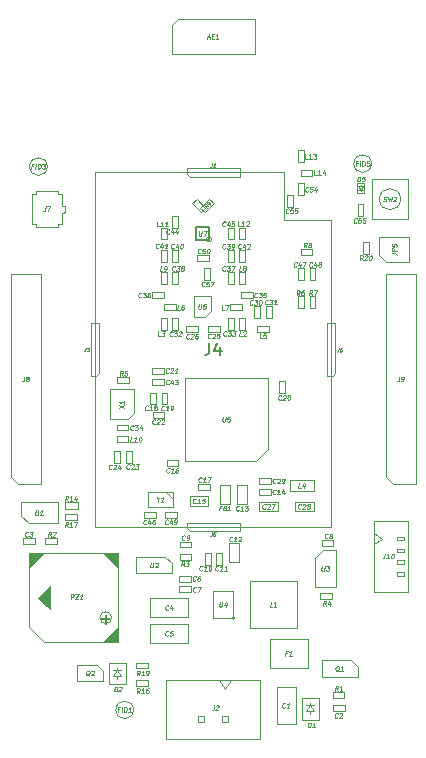
<source format=gbr>
G04 #@! TF.GenerationSoftware,KiCad,Pcbnew,(5.1.8)-1*
G04 #@! TF.CreationDate,2020-11-30T00:12:40+01:00*
G04 #@! TF.ProjectId,generic_node,67656e65-7269-4635-9f6e-6f64652e6b69,1.1*
G04 #@! TF.SameCoordinates,PX510ff40PY6422c40*
G04 #@! TF.FileFunction,Other,Fab,Top*
%FSLAX46Y46*%
G04 Gerber Fmt 4.6, Leading zero omitted, Abs format (unit mm)*
G04 Created by KiCad (PCBNEW (5.1.8)-1) date 2020-11-30 00:12:40*
%MOMM*%
%LPD*%
G01*
G04 APERTURE LIST*
%ADD10C,0.100000*%
%ADD11C,0.120000*%
%ADD12C,0.200000*%
%ADD13C,0.075000*%
%ADD14C,0.150000*%
G04 APERTURE END LIST*
D10*
X-127964Y11830000D02*
G75*
G03*
X-127964Y11830000I-222036J0D01*
G01*
X1841421Y-20216102D02*
G75*
G03*
X1841421Y-20216102I-141421J0D01*
G01*
X-8120000Y-25120000D02*
X-8120000Y-25370000D01*
X-8470000Y-25120000D02*
X-8120000Y-24620000D01*
X-7770000Y-25120000D02*
X-8470000Y-25120000D01*
X-8120000Y-24620000D02*
X-7770000Y-25120000D01*
X-8120000Y-24620000D02*
X-8120000Y-24420000D01*
X-7770000Y-24620000D02*
X-8470000Y-24620000D01*
X-8820000Y-24020000D02*
X-7420000Y-24020000D01*
X-8820000Y-25820000D02*
X-8820000Y-24020000D01*
X-7420000Y-25820000D02*
X-8820000Y-25820000D01*
X-7420000Y-24020000D02*
X-7420000Y-25820000D01*
X8500000Y-9450000D02*
X6500000Y-9450000D01*
X8500000Y-8550000D02*
X8500000Y-9450000D01*
X6500000Y-8550000D02*
X8500000Y-8550000D01*
X6500000Y-9450000D02*
X6500000Y-8550000D01*
D11*
X-2250000Y17400000D02*
X-2000000Y17150000D01*
X-2250000Y17850000D02*
X-2250000Y17400000D01*
X2250000Y17850000D02*
X2250000Y17150000D01*
X-2250000Y17850000D02*
X2250000Y17850000D01*
X-2000000Y17150000D02*
X2250000Y17150000D01*
X-9900000Y250000D02*
X-9650000Y500000D01*
X-10350000Y250000D02*
X-9900000Y250000D01*
X-10350000Y4750000D02*
X-9650000Y4750000D01*
X-10350000Y250000D02*
X-10350000Y4750000D01*
X-9650000Y500000D02*
X-9650000Y4750000D01*
X-2250000Y-12590000D02*
X-2000000Y-12840000D01*
X-2250000Y-12140000D02*
X-2250000Y-12590000D01*
X2250000Y-12140000D02*
X2250000Y-12840000D01*
X-2250000Y-12140000D02*
X2250000Y-12140000D01*
X-2000000Y-12840000D02*
X2250000Y-12840000D01*
X10100000Y250000D02*
X10350000Y500000D01*
X9650000Y250000D02*
X10100000Y250000D01*
X9650000Y4750000D02*
X10350000Y4750000D01*
X9650000Y250000D02*
X9650000Y4750000D01*
X10350000Y500000D02*
X10350000Y4750000D01*
D10*
X-6730300Y-2864500D02*
X-6730300Y-864500D01*
X-8730300Y-3364500D02*
X-8730300Y-864500D01*
X-7230300Y-3364500D02*
X-8730300Y-3364500D01*
X-6730300Y-864500D02*
X-8730300Y-864500D01*
X-7230300Y-3364500D02*
X-6730300Y-2864500D01*
X3100000Y-17100000D02*
X7100000Y-17100000D01*
X3100000Y-21100000D02*
X3100000Y-17100000D01*
X7100000Y-21100000D02*
X3100000Y-21100000D01*
X7100000Y-17100000D02*
X7100000Y-21100000D01*
D11*
X-8600000Y-20200000D02*
G75*
G03*
X-8600000Y-20200000I-500000J0D01*
G01*
D10*
G36*
X-8100000Y-22250000D02*
G01*
X-9350000Y-22250000D01*
X-8100000Y-21000000D01*
X-8100000Y-22250000D01*
G37*
X-8100000Y-22250000D02*
X-9350000Y-22250000D01*
X-8100000Y-21000000D01*
X-8100000Y-22250000D01*
G36*
X-8100000Y-14750000D02*
G01*
X-8100000Y-16000000D01*
X-9350000Y-14750000D01*
X-8100000Y-14750000D01*
G37*
X-8100000Y-14750000D02*
X-8100000Y-16000000D01*
X-9350000Y-14750000D01*
X-8100000Y-14750000D01*
G36*
X-15600000Y-14750000D02*
G01*
X-14350000Y-14750000D01*
X-15600000Y-16000000D01*
X-15600000Y-14750000D01*
G37*
X-15600000Y-14750000D02*
X-14350000Y-14750000D01*
X-15600000Y-16000000D01*
X-15600000Y-14750000D01*
G36*
X-14850000Y-18500000D02*
G01*
X-13850000Y-17500000D01*
X-13850000Y-19500000D01*
X-14850000Y-18500000D01*
G37*
X-14850000Y-18500000D02*
X-13850000Y-17500000D01*
X-13850000Y-19500000D01*
X-14850000Y-18500000D01*
D11*
X-15600000Y-21000000D02*
X-14350000Y-22250000D01*
X-8100000Y-22250000D02*
X-14350000Y-22250000D01*
X-15600000Y-14750000D02*
X-15600000Y-21000000D01*
X-8100000Y-14750000D02*
X-8100000Y-22250000D01*
X-8100000Y-14750000D02*
X-15600000Y-14750000D01*
D10*
X6000000Y17500000D02*
X-10000000Y17500000D01*
X10000000Y-12500000D02*
X10000000Y13500000D01*
X-10000000Y-12500000D02*
X10000000Y-12500000D01*
X-10000000Y17500000D02*
X-10000000Y-12500000D01*
X6000000Y17500000D02*
X6000000Y13500000D01*
X6000000Y13500000D02*
X10000000Y13500000D01*
X3500000Y30500000D02*
X-3000000Y30500000D01*
X-3000000Y30500000D02*
X-3500000Y30000000D01*
X-3500000Y30000000D02*
X-3500000Y27500000D01*
X-3500000Y27500000D02*
X3500000Y27500000D01*
X3500000Y27500000D02*
X3500000Y30500000D01*
X-11503000Y-11954000D02*
X-12553000Y-11954000D01*
X-11503000Y-11414000D02*
X-11503000Y-11954000D01*
X-12553000Y-11414000D02*
X-11503000Y-11414000D01*
X-12553000Y-11954000D02*
X-12553000Y-11414000D01*
X-719000Y5237000D02*
X-219000Y5737000D01*
X-719000Y5237000D02*
X-1619000Y5237000D01*
X-219000Y5737000D02*
X-219000Y7037000D01*
X-219000Y7037000D02*
X-1619000Y7037000D01*
X-1619000Y5237000D02*
X-1619000Y7037000D01*
D12*
X-350000Y11800000D02*
X-350000Y12900000D01*
X-1450000Y11800000D02*
X-350000Y11800000D01*
X-1450000Y12900000D02*
X-1450000Y11800000D01*
X-350000Y12900000D02*
X-1450000Y12900000D01*
D10*
X4620000Y-5908500D02*
X3620000Y-6908500D01*
X4620000Y91500D02*
X4620000Y-5908500D01*
X-2380000Y91500D02*
X4620000Y91500D01*
X-2380000Y-6908500D02*
X-2380000Y91500D01*
X3620000Y-6908500D02*
X-2380000Y-6908500D01*
X-5500Y-20237500D02*
X-5500Y-17922500D01*
X1705500Y-20237500D02*
X1705500Y-17922500D01*
X1705500Y-20237500D02*
X-5500Y-20237500D01*
X1705500Y-17922500D02*
X-5500Y-17922500D01*
X10400000Y-14500000D02*
X10400000Y-17600000D01*
X10400000Y-17600000D02*
X8600000Y-17600000D01*
X8600000Y-15150000D02*
X8600000Y-17600000D01*
X10400000Y-14500000D02*
X9250000Y-14500000D01*
X8600000Y-15150000D02*
X9250000Y-14500000D01*
X-6520000Y-15050000D02*
X-6520000Y-16450000D01*
X-3480000Y-16450000D02*
X-6520000Y-16450000D01*
X-4050000Y-15050000D02*
X-3480000Y-15600000D01*
X-3480000Y-15600000D02*
X-3480000Y-16450000D01*
X-4050000Y-15050000D02*
X-6500000Y-15050000D01*
X12650000Y10600000D02*
X12650000Y11600000D01*
X13150000Y10600000D02*
X12650000Y10600000D01*
X13150000Y11600000D02*
X13150000Y10600000D01*
X12650000Y11600000D02*
X13150000Y11600000D01*
X-12543000Y-10435000D02*
X-11493000Y-10435000D01*
X-12543000Y-10975000D02*
X-12543000Y-10435000D01*
X-11493000Y-10975000D02*
X-12543000Y-10975000D01*
X-11493000Y-10435000D02*
X-11493000Y-10975000D01*
X14590000Y9950000D02*
X14065000Y10475000D01*
X16605000Y9950000D02*
X14590000Y9950000D01*
X16605000Y12050000D02*
X16605000Y9950000D01*
X14065000Y12050000D02*
X16605000Y12050000D01*
X14065000Y10475000D02*
X14065000Y12050000D01*
X17145000Y8890000D02*
X17145000Y-8890000D01*
X14605000Y8890000D02*
X17145000Y8890000D01*
X14605000Y-8255000D02*
X14605000Y8890000D01*
X15240000Y-8890000D02*
X14605000Y-8255000D01*
X17145000Y-8890000D02*
X15240000Y-8890000D01*
X4881200Y-8911200D02*
X3881200Y-8911200D01*
X4881200Y-8411200D02*
X4881200Y-8911200D01*
X3881200Y-8411200D02*
X4881200Y-8411200D01*
X3881200Y-8911200D02*
X3881200Y-8411200D01*
X5486000Y-11194800D02*
X3886000Y-11194800D01*
X5486000Y-10394800D02*
X5486000Y-11194800D01*
X3886000Y-10394800D02*
X5486000Y-10394800D01*
X3886000Y-11194800D02*
X3886000Y-10394800D01*
X-3950000Y-6850000D02*
X-2950000Y-6850000D01*
X-3950000Y-7350000D02*
X-3950000Y-6850000D01*
X-2950000Y-7350000D02*
X-3950000Y-7350000D01*
X-2950000Y-6850000D02*
X-2950000Y-7350000D01*
X-2006800Y-9937600D02*
X-406800Y-9937600D01*
X-2006800Y-10737600D02*
X-2006800Y-9937600D01*
X-406800Y-10737600D02*
X-2006800Y-10737600D01*
X-406800Y-9937600D02*
X-406800Y-10737600D01*
X4881200Y-9825600D02*
X3881200Y-9825600D01*
X4881200Y-9325600D02*
X4881200Y-9825600D01*
X3881200Y-9325600D02*
X4881200Y-9325600D01*
X3881200Y-9825600D02*
X3881200Y-9325600D01*
X1350000Y-15450000D02*
X1350000Y-13850000D01*
X2150000Y-15450000D02*
X1350000Y-15450000D01*
X2150000Y-13850000D02*
X2150000Y-15450000D01*
X1350000Y-13850000D02*
X2150000Y-13850000D01*
X-2860000Y-16650000D02*
X-1860000Y-16650000D01*
X-2860000Y-17150000D02*
X-2860000Y-16650000D01*
X-1860000Y-17150000D02*
X-2860000Y-17150000D01*
X-1860000Y-16650000D02*
X-1860000Y-17150000D01*
X-14605000Y-8890000D02*
X-16510000Y-8890000D01*
X-16510000Y-8890000D02*
X-17145000Y-8255000D01*
X-17145000Y-8255000D02*
X-17145000Y8890000D01*
X-17145000Y8890000D02*
X-14605000Y8890000D01*
X-14605000Y8890000D02*
X-14605000Y-8890000D01*
X-16121000Y-13966000D02*
X-16121000Y-13466000D01*
X-16121000Y-13466000D02*
X-15121000Y-13466000D01*
X-15121000Y-13466000D02*
X-15121000Y-13966000D01*
X-15121000Y-13966000D02*
X-16121000Y-13966000D01*
X10165000Y-14150000D02*
X9165000Y-14150000D01*
X10165000Y-13650000D02*
X10165000Y-14150000D01*
X9165000Y-13650000D02*
X10165000Y-13650000D01*
X9165000Y-14150000D02*
X9165000Y-13650000D01*
X-1850000Y-13750000D02*
X-1850000Y-14250000D01*
X-1850000Y-14250000D02*
X-2850000Y-14250000D01*
X-2850000Y-14250000D02*
X-2850000Y-13750000D01*
X-2850000Y-13750000D02*
X-1850000Y-13750000D01*
X750000Y-14700000D02*
X750000Y-15700000D01*
X250000Y-14700000D02*
X750000Y-14700000D01*
X250000Y-15700000D02*
X250000Y-14700000D01*
X750000Y-15700000D02*
X250000Y-15700000D01*
X-700000Y-15700000D02*
X-700000Y-14700000D01*
X-200000Y-15700000D02*
X-700000Y-15700000D01*
X-200000Y-14700000D02*
X-200000Y-15700000D01*
X-700000Y-14700000D02*
X-200000Y-14700000D01*
X-285000Y-8900000D02*
X-285000Y-9400000D01*
X-285000Y-9400000D02*
X-1285000Y-9400000D01*
X-1285000Y-9400000D02*
X-1285000Y-8900000D01*
X-1285000Y-8900000D02*
X-285000Y-8900000D01*
X-4826500Y-1137500D02*
X-4826500Y-2137500D01*
X-5326500Y-1137500D02*
X-4826500Y-1137500D01*
X-5326500Y-2137500D02*
X-5326500Y-1137500D01*
X-4826500Y-2137500D02*
X-5326500Y-2137500D01*
X-3874000Y-1137500D02*
X-3874000Y-2137500D01*
X-4374000Y-1137500D02*
X-3874000Y-1137500D01*
X-4374000Y-2137500D02*
X-4374000Y-1137500D01*
X-3874000Y-2137500D02*
X-4374000Y-2137500D01*
X6050000Y-1200000D02*
X5550000Y-1200000D01*
X5550000Y-1200000D02*
X5550000Y-200000D01*
X5550000Y-200000D02*
X6050000Y-200000D01*
X6050000Y-200000D02*
X6050000Y-1200000D01*
X-4160000Y975000D02*
X-4160000Y475000D01*
X-4160000Y475000D02*
X-5160000Y475000D01*
X-5160000Y475000D02*
X-5160000Y975000D01*
X-5160000Y975000D02*
X-4160000Y975000D01*
X550000Y4481000D02*
X550000Y3981000D01*
X550000Y3981000D02*
X-450000Y3981000D01*
X-450000Y3981000D02*
X-450000Y4481000D01*
X-450000Y4481000D02*
X550000Y4481000D01*
X-8390500Y-6095000D02*
X-7890500Y-6095000D01*
X-7890500Y-6095000D02*
X-7890500Y-7095000D01*
X-7890500Y-7095000D02*
X-8390500Y-7095000D01*
X-8390500Y-7095000D02*
X-8390500Y-6095000D01*
X-3460000Y13800000D02*
X-2960000Y13800000D01*
X-2960000Y13800000D02*
X-2960000Y12800000D01*
X-2960000Y12800000D02*
X-3460000Y12800000D01*
X-3460000Y12800000D02*
X-3460000Y13800000D01*
X-8181900Y-3845700D02*
X-7181900Y-3845700D01*
X-8181900Y-4345700D02*
X-8181900Y-3845700D01*
X-7181900Y-4345700D02*
X-8181900Y-4345700D01*
X-7181900Y-3845700D02*
X-7181900Y-4345700D01*
X1725000Y8050000D02*
X1225000Y8050000D01*
X1225000Y8050000D02*
X1225000Y9050000D01*
X1225000Y9050000D02*
X1725000Y9050000D01*
X1725000Y9050000D02*
X1725000Y8050000D01*
X3375000Y7350000D02*
X3375000Y6850000D01*
X3375000Y6850000D02*
X2375000Y6850000D01*
X2375000Y6850000D02*
X2375000Y7350000D01*
X2375000Y7350000D02*
X3375000Y7350000D01*
X-5160000Y6850000D02*
X-5160000Y7350000D01*
X-5160000Y7350000D02*
X-4160000Y7350000D01*
X-4160000Y7350000D02*
X-4160000Y6850000D01*
X-4160000Y6850000D02*
X-5160000Y6850000D01*
X-3925000Y9950000D02*
X-4425000Y9950000D01*
X-4425000Y9950000D02*
X-4425000Y10950000D01*
X-4425000Y10950000D02*
X-3925000Y10950000D01*
X-3925000Y10950000D02*
X-3925000Y9950000D01*
X2650000Y10950000D02*
X2650000Y9950000D01*
X2150000Y10950000D02*
X2650000Y10950000D01*
X2150000Y9950000D02*
X2150000Y10950000D01*
X2650000Y9950000D02*
X2150000Y9950000D01*
X-2975000Y5190000D02*
X-2975000Y4190000D01*
X-3475000Y5190000D02*
X-2975000Y5190000D01*
X-3475000Y4190000D02*
X-3475000Y5190000D01*
X-2975000Y4190000D02*
X-3475000Y4190000D01*
X1225000Y5200000D02*
X1725000Y5200000D01*
X1725000Y5200000D02*
X1725000Y4200000D01*
X1725000Y4200000D02*
X1225000Y4200000D01*
X1225000Y4200000D02*
X1225000Y5200000D01*
X-5887437Y-11228858D02*
X-4887437Y-11228858D01*
X-5887437Y-11728858D02*
X-5887437Y-11228858D01*
X-4887437Y-11728858D02*
X-5887437Y-11728858D01*
X-4887437Y-11228858D02*
X-4887437Y-11728858D01*
X1725000Y11825000D02*
X1225000Y11825000D01*
X1225000Y11825000D02*
X1225000Y12825000D01*
X1225000Y12825000D02*
X1725000Y12825000D01*
X1725000Y12825000D02*
X1725000Y11825000D01*
X8150000Y9400000D02*
X8650000Y9400000D01*
X8650000Y9400000D02*
X8650000Y8400000D01*
X8650000Y8400000D02*
X8150000Y8400000D01*
X8150000Y8400000D02*
X8150000Y9400000D01*
X7150000Y9400000D02*
X7650000Y9400000D01*
X7650000Y9400000D02*
X7650000Y8400000D01*
X7650000Y8400000D02*
X7150000Y8400000D01*
X7150000Y8400000D02*
X7150000Y9400000D01*
X-360000Y10500000D02*
X-360000Y10000000D01*
X-360000Y10000000D02*
X-1360000Y10000000D01*
X-1360000Y10000000D02*
X-1360000Y10500000D01*
X-1360000Y10500000D02*
X-360000Y10500000D01*
X-4048959Y-11728858D02*
X-4048959Y-11228858D01*
X-4048959Y-11228858D02*
X-3048959Y-11228858D01*
X-3048959Y-11228858D02*
X-3048959Y-11728858D01*
X-3048959Y-11728858D02*
X-4048959Y-11728858D01*
X-250000Y8370000D02*
X-750000Y8370000D01*
X-750000Y8370000D02*
X-750000Y9370000D01*
X-750000Y9370000D02*
X-250000Y9370000D01*
X-250000Y9370000D02*
X-250000Y8370000D01*
X12718000Y14787000D02*
X12718000Y13787000D01*
X12218000Y14787000D02*
X12718000Y14787000D01*
X12218000Y13787000D02*
X12218000Y14787000D01*
X12718000Y13787000D02*
X12218000Y13787000D01*
X-2975000Y9050000D02*
X-2975000Y8050000D01*
X-3475000Y9050000D02*
X-2975000Y9050000D01*
X-3475000Y8050000D02*
X-3475000Y9050000D01*
X-2975000Y8050000D02*
X-3475000Y8050000D01*
X1225000Y9950000D02*
X1225000Y10950000D01*
X1725000Y9950000D02*
X1225000Y9950000D01*
X1725000Y10950000D02*
X1725000Y9950000D01*
X1225000Y10950000D02*
X1725000Y10950000D01*
X-3475000Y9940000D02*
X-3475000Y10940000D01*
X-2975000Y9940000D02*
X-3475000Y9940000D01*
X-2975000Y10940000D02*
X-2975000Y9940000D01*
X-3475000Y10940000D02*
X-2975000Y10940000D01*
X-4162500Y-508000D02*
X-5162500Y-508000D01*
X-4162500Y-8000D02*
X-4162500Y-508000D01*
X-5162500Y-8000D02*
X-4162500Y-8000D01*
X-5162500Y-508000D02*
X-5162500Y-8000D01*
X1390300Y-8978800D02*
X1390300Y-10578800D01*
X590300Y-8978800D02*
X1390300Y-8978800D01*
X590300Y-10578800D02*
X590300Y-8978800D01*
X1390300Y-10578800D02*
X590300Y-10578800D01*
X-6750000Y-28000000D02*
G75*
G03*
X-6750000Y-28000000I-750000J0D01*
G01*
X-8179500Y-4810900D02*
X-7179500Y-4810900D01*
X-8179500Y-5310900D02*
X-8179500Y-4810900D01*
X-7179500Y-5310900D02*
X-8179500Y-5310900D01*
X-7179500Y-4810900D02*
X-7179500Y-5310900D01*
X-3925000Y5175000D02*
X-3925000Y4175000D01*
X-4425000Y5175000D02*
X-3925000Y5175000D01*
X-4425000Y4175000D02*
X-4425000Y5175000D01*
X-3925000Y4175000D02*
X-4425000Y4175000D01*
X4711066Y4005305D02*
X3711066Y4005305D01*
X4711066Y4505305D02*
X4711066Y4005305D01*
X3711066Y4505305D02*
X4711066Y4505305D01*
X3711066Y4005305D02*
X3711066Y4505305D01*
X1439999Y5850000D02*
X1439999Y6350000D01*
X1439999Y6350000D02*
X2439999Y6350000D01*
X2439999Y6350000D02*
X2439999Y5850000D01*
X2439999Y5850000D02*
X1439999Y5850000D01*
X-4190000Y6350000D02*
X-3190000Y6350000D01*
X-4190000Y5850000D02*
X-4190000Y6350000D01*
X-3190000Y5850000D02*
X-4190000Y5850000D01*
X-3190000Y6350000D02*
X-3190000Y5850000D01*
X-3925000Y8050000D02*
X-4425000Y8050000D01*
X-4425000Y8050000D02*
X-4425000Y9050000D01*
X-4425000Y9050000D02*
X-3925000Y9050000D01*
X-3925000Y9050000D02*
X-3925000Y8050000D01*
X2650000Y9050000D02*
X2650000Y8050000D01*
X2150000Y9050000D02*
X2650000Y9050000D01*
X2150000Y8050000D02*
X2150000Y9050000D01*
X2650000Y8050000D02*
X2150000Y8050000D01*
X-3925000Y12825000D02*
X-3925000Y11825000D01*
X-4425000Y12825000D02*
X-3925000Y12825000D01*
X-4425000Y11825000D02*
X-4425000Y12825000D01*
X-3925000Y11825000D02*
X-4425000Y11825000D01*
X2650000Y11825000D02*
X2150000Y11825000D01*
X2150000Y11825000D02*
X2150000Y12825000D01*
X2150000Y12825000D02*
X2650000Y12825000D01*
X2650000Y12825000D02*
X2650000Y11825000D01*
X9180000Y-23800000D02*
X9180000Y-25200000D01*
X12220000Y-25200000D02*
X9180000Y-25200000D01*
X11650000Y-23800000D02*
X12220000Y-24350000D01*
X12220000Y-24350000D02*
X12220000Y-25200000D01*
X11650000Y-23800000D02*
X9200000Y-23800000D01*
X-9310000Y-24720000D02*
X-9810000Y-24220000D01*
X-11510000Y-25570000D02*
X-11510000Y-24220000D01*
X-9310000Y-25570000D02*
X-11510000Y-25570000D01*
X-9810000Y-24220000D02*
X-11510000Y-24220000D01*
X-9310000Y-25570000D02*
X-9310000Y-24720000D01*
X-13216000Y-13966000D02*
X-14216000Y-13966000D01*
X-13216000Y-13466000D02*
X-13216000Y-13966000D01*
X-14216000Y-13466000D02*
X-13216000Y-13466000D01*
X-14216000Y-13966000D02*
X-14216000Y-13466000D01*
X-2850000Y-15300000D02*
X-2850000Y-14800000D01*
X-2850000Y-14800000D02*
X-1850000Y-14800000D01*
X-1850000Y-14800000D02*
X-1850000Y-15300000D01*
X-1850000Y-15300000D02*
X-2850000Y-15300000D01*
X10050000Y-18150000D02*
X10050000Y-18650000D01*
X10050000Y-18650000D02*
X9050000Y-18650000D01*
X9050000Y-18650000D02*
X9050000Y-18150000D01*
X9050000Y-18150000D02*
X10050000Y-18150000D01*
X7210000Y6005000D02*
X7210000Y7005000D01*
X7710000Y6005000D02*
X7210000Y6005000D01*
X7710000Y7005000D02*
X7710000Y6005000D01*
X7210000Y7005000D02*
X7710000Y7005000D01*
X8150000Y7000000D02*
X8650000Y7000000D01*
X8650000Y7000000D02*
X8650000Y6000000D01*
X8650000Y6000000D02*
X8150000Y6000000D01*
X8150000Y6000000D02*
X8150000Y7000000D01*
X8400000Y11050000D02*
X8400000Y10550000D01*
X8400000Y10550000D02*
X7400000Y10550000D01*
X7400000Y10550000D02*
X7400000Y11050000D01*
X7400000Y11050000D02*
X8400000Y11050000D01*
X-1056170Y14162617D02*
X-1763277Y14869724D01*
X-702617Y14516170D02*
X-1056170Y14162617D01*
X-1409724Y15223277D02*
X-702617Y14516170D01*
X-1763277Y14869724D02*
X-1409724Y15223277D01*
X-15632000Y-12221000D02*
X-16282000Y-11571000D01*
X-16282000Y-10421000D02*
X-16282000Y-11571000D01*
X-15632000Y-12221000D02*
X-13182000Y-12221000D01*
X-13182000Y-10421000D02*
X-13182000Y-12221000D01*
X-16282000Y-10421000D02*
X-13182000Y-10421000D01*
X6970000Y-29230000D02*
X5370000Y-29230000D01*
X5370000Y-29230000D02*
X5370000Y-26030000D01*
X5370000Y-26030000D02*
X6970000Y-26030000D01*
X6970000Y-26030000D02*
X6970000Y-29230000D01*
X11115000Y-27620000D02*
X11115000Y-28120000D01*
X11115000Y-28120000D02*
X10115000Y-28120000D01*
X10115000Y-28120000D02*
X10115000Y-27620000D01*
X10115000Y-27620000D02*
X11115000Y-27620000D01*
X-5330000Y-20170000D02*
X-5330000Y-18570000D01*
X-5330000Y-18570000D02*
X-2130000Y-18570000D01*
X-2130000Y-18570000D02*
X-2130000Y-20170000D01*
X-2130000Y-20170000D02*
X-5330000Y-20170000D01*
X-2130000Y-22340000D02*
X-5330000Y-22340000D01*
X-2130000Y-20740000D02*
X-2130000Y-22340000D01*
X-5330000Y-20740000D02*
X-2130000Y-20740000D01*
X-5330000Y-22340000D02*
X-5330000Y-20740000D01*
X-5135000Y-2800000D02*
X-4135000Y-2800000D01*
X-5135000Y-3300000D02*
X-5135000Y-2800000D01*
X-4135000Y-3300000D02*
X-5135000Y-3300000D01*
X-4135000Y-2800000D02*
X-4135000Y-3300000D01*
X4795000Y-24480000D02*
X4795000Y-21980000D01*
X4795000Y-21980000D02*
X7995000Y-21980000D01*
X7995000Y-21980000D02*
X7995000Y-24480000D01*
X7995000Y-24480000D02*
X4795000Y-24480000D01*
X10105000Y-27020000D02*
X10105000Y-26520000D01*
X10105000Y-26520000D02*
X11105000Y-26520000D01*
X11105000Y-26520000D02*
X11105000Y-27020000D01*
X11105000Y-27020000D02*
X10105000Y-27020000D01*
X-5500000Y-25500000D02*
X-5500000Y-26000000D01*
X-5500000Y-26000000D02*
X-6500000Y-26000000D01*
X-6500000Y-26000000D02*
X-6500000Y-25500000D01*
X-6500000Y-25500000D02*
X-5500000Y-25500000D01*
X-6500000Y-24000000D02*
X-5500000Y-24000000D01*
X-6500000Y-24500000D02*
X-6500000Y-24000000D01*
X-5500000Y-24500000D02*
X-6500000Y-24500000D01*
X-5500000Y-24000000D02*
X-5500000Y-24500000D01*
X-1860000Y-17550000D02*
X-1860000Y-18050000D01*
X-1860000Y-18050000D02*
X-2860000Y-18050000D01*
X-2860000Y-18050000D02*
X-2860000Y-17550000D01*
X-2860000Y-17550000D02*
X-1860000Y-17550000D01*
X2050800Y-10578800D02*
X2050800Y-8978800D01*
X2850800Y-10578800D02*
X2050800Y-10578800D01*
X2850800Y-8978800D02*
X2850800Y-10578800D01*
X2050800Y-8978800D02*
X2850800Y-8978800D01*
X-7390000Y-6070000D02*
X-6890000Y-6070000D01*
X-6890000Y-6070000D02*
X-6890000Y-7070000D01*
X-6890000Y-7070000D02*
X-7390000Y-7070000D01*
X-7390000Y-7070000D02*
X-7390000Y-6070000D01*
X-2289000Y4471000D02*
X-1289000Y4471000D01*
X-2289000Y3971000D02*
X-2289000Y4471000D01*
X-1289000Y3971000D02*
X-2289000Y3971000D01*
X-1289000Y4471000D02*
X-1289000Y3971000D01*
X6900000Y-10400000D02*
X8500000Y-10400000D01*
X6900000Y-11200000D02*
X6900000Y-10400000D01*
X8500000Y-11200000D02*
X6900000Y-11200000D01*
X8500000Y-10400000D02*
X8500000Y-11200000D01*
X3473266Y6173305D02*
X3973266Y6173305D01*
X3973266Y6173305D02*
X3973266Y5173305D01*
X3973266Y5173305D02*
X3473266Y5173305D01*
X3473266Y5173305D02*
X3473266Y6173305D01*
X4938467Y5173305D02*
X4438467Y5173305D01*
X4438467Y5173305D02*
X4438467Y6173305D01*
X4438467Y6173305D02*
X4938467Y6173305D01*
X4938467Y6173305D02*
X4938467Y5173305D01*
X8920000Y-27030000D02*
X8920000Y-28830000D01*
X8920000Y-28830000D02*
X7520000Y-28830000D01*
X7520000Y-28830000D02*
X7520000Y-27030000D01*
X7520000Y-27030000D02*
X8920000Y-27030000D01*
X8570000Y-27630000D02*
X7870000Y-27630000D01*
X8220000Y-27630000D02*
X8220000Y-27430000D01*
X8220000Y-27630000D02*
X8570000Y-28130000D01*
X8570000Y-28130000D02*
X7870000Y-28130000D01*
X7870000Y-28130000D02*
X8220000Y-27630000D01*
X8220000Y-28130000D02*
X8220000Y-28380000D01*
X12468000Y16342000D02*
X12468000Y16442000D01*
X12268000Y16342000D02*
X12468000Y16042000D01*
X12668000Y16342000D02*
X12268000Y16342000D01*
X12468000Y16042000D02*
X12668000Y16342000D01*
X12468000Y16042000D02*
X12468000Y15942000D01*
X12668000Y16042000D02*
X12268000Y16042000D01*
X12168000Y16592000D02*
X12768000Y16592000D01*
X12168000Y15792000D02*
X12168000Y16592000D01*
X12768000Y15792000D02*
X12168000Y15792000D01*
X12768000Y16592000D02*
X12768000Y15792000D01*
X-13175000Y15900000D02*
X-13175000Y15700000D01*
X-13175000Y15700000D02*
X-12775000Y15700000D01*
X-12775000Y14700000D02*
X-12775000Y15700000D01*
X-12525000Y14700000D02*
X-12775000Y14700000D01*
X-12525000Y14700000D02*
X-12525000Y14250000D01*
X-12675000Y14100000D02*
X-12775000Y14100000D01*
X-12775000Y14100000D02*
X-12775000Y13100000D01*
X-13175000Y12900000D02*
X-13175000Y13100000D01*
X-13175000Y13100000D02*
X-12775000Y13100000D01*
X-13175000Y15900000D02*
X-14975000Y15900000D01*
X-14975000Y15900000D02*
X-14975000Y15700000D01*
X-15375000Y15700000D02*
X-14975000Y15700000D01*
X-15375000Y13100000D02*
X-15375000Y15700000D01*
X-13175000Y12900000D02*
X-14975000Y12900000D01*
X-14975000Y12900000D02*
X-14975000Y13100000D01*
X-15375000Y13100000D02*
X-14975000Y13100000D01*
X-12675000Y14100000D02*
X-12525000Y14250000D01*
X2650000Y5200000D02*
X2650000Y4200000D01*
X2150000Y5200000D02*
X2650000Y5200000D01*
X2150000Y4200000D02*
X2150000Y5200000D01*
X2650000Y4200000D02*
X2150000Y4200000D01*
X-8116000Y167500D02*
X-7116000Y167500D01*
X-8116000Y-332500D02*
X-8116000Y167500D01*
X-7116000Y-332500D02*
X-8116000Y-332500D01*
X-7116000Y167500D02*
X-7116000Y-332500D01*
X-3474877Y-10097067D02*
X-3974877Y-9597067D01*
X-5499877Y-10797067D02*
X-3449877Y-10797067D01*
X-5499877Y-9597067D02*
X-5499877Y-10797067D01*
X-3449877Y-9597067D02*
X-5499877Y-9597067D01*
X-3449877Y-10797067D02*
X-3449877Y-9597067D01*
X3975000Y-25500000D02*
X-3975000Y-25500000D01*
X3975000Y-30500000D02*
X-3975000Y-30500000D01*
X3975000Y-25500000D02*
X3975000Y-30500000D01*
X-3975000Y-25500000D02*
X-3975000Y-30500000D01*
X1250000Y-29000000D02*
X1250000Y-28500000D01*
X1250000Y-28500000D02*
X750000Y-28500000D01*
X750000Y-28500000D02*
X750000Y-29000000D01*
X750000Y-29000000D02*
X1250000Y-29000000D01*
X-750000Y-29000000D02*
X-750000Y-28500000D01*
X-750000Y-28500000D02*
X-1250000Y-28500000D01*
X-1250000Y-28500000D02*
X-1250000Y-29000000D01*
X-1250000Y-29000000D02*
X-750000Y-29000000D01*
X1500000Y-25500000D02*
X1000000Y-26207107D01*
X1000000Y-26207107D02*
X500000Y-25500000D01*
X15867000Y15236000D02*
G75*
G03*
X15867000Y15236000I-900000J0D01*
G01*
X13467000Y16936000D02*
X16467000Y16936000D01*
X13467000Y13536000D02*
X13467000Y16936000D01*
X16467000Y13536000D02*
X13467000Y13536000D01*
X16467000Y16936000D02*
X16467000Y13536000D01*
X-14050000Y18000000D02*
G75*
G03*
X-14050000Y18000000I-750000J0D01*
G01*
X14307107Y-13500000D02*
X13600000Y-14000000D01*
X13600000Y-13000000D02*
X14307107Y-13500000D01*
X16150000Y-16650000D02*
X16150000Y-16350000D01*
X15550000Y-16650000D02*
X16150000Y-16650000D01*
X15550000Y-16350000D02*
X15550000Y-16650000D01*
X16150000Y-16350000D02*
X15550000Y-16350000D01*
X16150000Y-15650000D02*
X16150000Y-15350000D01*
X15550000Y-15650000D02*
X16150000Y-15650000D01*
X15550000Y-15350000D02*
X15550000Y-15650000D01*
X16150000Y-15350000D02*
X15550000Y-15350000D01*
X16150000Y-14650000D02*
X16150000Y-14350000D01*
X15550000Y-14650000D02*
X16150000Y-14650000D01*
X15550000Y-14350000D02*
X15550000Y-14650000D01*
X16150000Y-14350000D02*
X15550000Y-14350000D01*
X16150000Y-13650000D02*
X16150000Y-13350000D01*
X15550000Y-13650000D02*
X16150000Y-13650000D01*
X15550000Y-13350000D02*
X15550000Y-13650000D01*
X16150000Y-13350000D02*
X15550000Y-13350000D01*
X13600000Y-18000000D02*
X16500000Y-18000000D01*
X13600000Y-12000000D02*
X16500000Y-12000000D01*
X16500000Y-12000000D02*
X16500000Y-18000000D01*
X13600000Y-12000000D02*
X13600000Y-18000000D01*
X13400000Y18250000D02*
G75*
G03*
X13400000Y18250000I-750000J0D01*
G01*
X-1092150Y14529688D02*
X-349688Y15272150D01*
X-710312Y14147850D02*
X-1092150Y14529688D01*
X32150Y14890312D02*
X-710312Y14147850D01*
X-349688Y15272150D02*
X32150Y14890312D01*
X7150000Y16570000D02*
X7650000Y16570000D01*
X7650000Y16570000D02*
X7650000Y15570000D01*
X7650000Y15570000D02*
X7150000Y15570000D01*
X7150000Y15570000D02*
X7150000Y16570000D01*
X6750000Y15605000D02*
X6750000Y14605000D01*
X6250000Y15605000D02*
X6750000Y15605000D01*
X6250000Y14605000D02*
X6250000Y15605000D01*
X6750000Y14605000D02*
X6250000Y14605000D01*
X7650000Y19375000D02*
X7650000Y18375000D01*
X7150000Y19375000D02*
X7650000Y19375000D01*
X7150000Y18375000D02*
X7150000Y19375000D01*
X7650000Y18375000D02*
X7150000Y18375000D01*
X8390000Y17730000D02*
X8390000Y17230000D01*
X8390000Y17230000D02*
X7390000Y17230000D01*
X7390000Y17230000D02*
X7390000Y17730000D01*
X7390000Y17730000D02*
X8390000Y17730000D01*
X-8388483Y-26430952D02*
X-8338483Y-26030952D01*
X-8243245Y-26030952D01*
X-8188483Y-26050000D01*
X-8155149Y-26088095D01*
X-8140864Y-26126190D01*
X-8131340Y-26202380D01*
X-8138483Y-26259523D01*
X-8167054Y-26335714D01*
X-8190864Y-26373809D01*
X-8233721Y-26411904D01*
X-8293245Y-26430952D01*
X-8388483Y-26430952D01*
X-7962292Y-26069047D02*
X-7940864Y-26050000D01*
X-7900387Y-26030952D01*
X-7805149Y-26030952D01*
X-7769435Y-26050000D01*
X-7752768Y-26069047D01*
X-7738483Y-26107142D01*
X-7743245Y-26145238D01*
X-7769435Y-26202380D01*
X-8026578Y-26430952D01*
X-7778959Y-26430952D01*
X7390089Y-9180952D02*
X7199613Y-9180952D01*
X7249613Y-8780952D01*
X7728184Y-8914285D02*
X7694851Y-9180952D01*
X7651994Y-8761904D02*
X7521041Y-9047619D01*
X7768660Y-9047619D01*
D13*
X-84934Y18264286D02*
X-111719Y18050000D01*
X-131362Y18007143D01*
X-163505Y17978572D01*
X-208148Y17964286D01*
X-236719Y17964286D01*
X177566Y17964286D02*
X6138Y17964286D01*
X91852Y17964286D02*
X129352Y18264286D01*
X95424Y18221429D01*
X63281Y18192858D01*
X32924Y18178572D01*
X-10794934Y2664286D02*
X-10821719Y2450000D01*
X-10841362Y2407143D01*
X-10873505Y2378572D01*
X-10918148Y2364286D01*
X-10946719Y2364286D01*
X-10680648Y2664286D02*
X-10494934Y2664286D01*
X-10609219Y2550000D01*
X-10566362Y2550000D01*
X-10539576Y2535715D01*
X-10527076Y2521429D01*
X-10516362Y2492858D01*
X-10525291Y2421429D01*
X-10543148Y2392858D01*
X-10559219Y2378572D01*
X-10589576Y2364286D01*
X-10675291Y2364286D01*
X-10702076Y2378572D01*
X-10714576Y2392858D01*
X-94934Y-12965714D02*
X-121719Y-13180000D01*
X-141362Y-13222857D01*
X-173505Y-13251428D01*
X-218148Y-13265714D01*
X-246719Y-13265714D01*
X190781Y-12965714D02*
X47924Y-12965714D01*
X15781Y-13108571D01*
X31852Y-13094285D01*
X62209Y-13080000D01*
X133638Y-13080000D01*
X160424Y-13094285D01*
X172924Y-13108571D01*
X183638Y-13137142D01*
X174709Y-13208571D01*
X156852Y-13237142D01*
X140781Y-13251428D01*
X110424Y-13265714D01*
X38995Y-13265714D01*
X12209Y-13251428D01*
X-291Y-13237142D01*
X10615066Y2634286D02*
X10588281Y2420000D01*
X10568638Y2377143D01*
X10536495Y2348572D01*
X10491852Y2334286D01*
X10463281Y2334286D01*
X10886495Y2634286D02*
X10829352Y2634286D01*
X10798995Y2620000D01*
X10782924Y2605715D01*
X10748995Y2562858D01*
X10727566Y2505715D01*
X10713281Y2391429D01*
X10723995Y2362858D01*
X10736495Y2348572D01*
X10763281Y2334286D01*
X10820424Y2334286D01*
X10850781Y2348572D01*
X10866852Y2362858D01*
X10884709Y2391429D01*
X10893638Y2462858D01*
X10882924Y2491429D01*
X10870424Y2505715D01*
X10843638Y2520000D01*
X10786495Y2520000D01*
X10756138Y2505715D01*
X10740066Y2491429D01*
X10722209Y2462858D01*
D10*
X-7949348Y-2431553D02*
X-7549348Y-2214886D01*
X-7949348Y-2164886D02*
X-7549348Y-2481553D01*
X-7549348Y-1852982D02*
X-7549348Y-2081553D01*
X-7549348Y-1967267D02*
X-7949348Y-1917267D01*
X-7892205Y-1962505D01*
X-7854110Y-2005363D01*
X-7835062Y-2045839D01*
X4990089Y-19280952D02*
X4799613Y-19280952D01*
X4849613Y-18880952D01*
X5332946Y-19280952D02*
X5104375Y-19280952D01*
X5218660Y-19280952D02*
X5268660Y-18880952D01*
X5223422Y-18938095D01*
X5180565Y-18976190D01*
X5140089Y-18995238D01*
D14*
X-9480953Y-20346428D02*
X-8719048Y-20346428D01*
X-9100000Y-20727380D02*
X-9100000Y-19965476D01*
D10*
X-12078959Y-18630952D02*
X-12028959Y-18230952D01*
X-11876578Y-18230952D01*
X-11840864Y-18250000D01*
X-11824197Y-18269047D01*
X-11809911Y-18307142D01*
X-11817054Y-18364285D01*
X-11840864Y-18402380D01*
X-11862292Y-18421428D01*
X-11902768Y-18440476D01*
X-12055149Y-18440476D01*
X-11667054Y-18230952D02*
X-11400387Y-18230952D01*
X-11717054Y-18630952D01*
X-11450387Y-18630952D01*
X-11088483Y-18630952D02*
X-11317054Y-18630952D01*
X-11202768Y-18630952D02*
X-11152768Y-18230952D01*
X-11198006Y-18288095D01*
X-11240864Y-18326190D01*
X-11281340Y-18345238D01*
D14*
X-333334Y3047620D02*
X-333334Y2333334D01*
X-380953Y2190477D01*
X-476191Y2095239D01*
X-619048Y2047620D01*
X-714286Y2047620D01*
X571428Y2714286D02*
X571428Y2047620D01*
X333333Y3095239D02*
X95238Y2380953D01*
X714285Y2380953D01*
D10*
X-495625Y28933334D02*
X-305149Y28933334D01*
X-548006Y28819048D02*
X-364673Y29219048D01*
X-281340Y28819048D01*
X-121816Y29028572D02*
X11517Y29028572D01*
X42470Y28819048D02*
X-148006Y28819048D01*
X-98006Y29219048D01*
X92470Y29219048D01*
X423422Y28819048D02*
X194851Y28819048D01*
X309136Y28819048D02*
X359136Y29219048D01*
X313898Y29161905D01*
X271041Y29123810D01*
X230565Y29104762D01*
X-12330387Y-12510952D02*
X-12439911Y-12320476D01*
X-12558959Y-12510952D02*
X-12508959Y-12110952D01*
X-12356578Y-12110952D01*
X-12320864Y-12130000D01*
X-12304197Y-12149047D01*
X-12289911Y-12187142D01*
X-12297054Y-12244285D01*
X-12320864Y-12282380D01*
X-12342292Y-12301428D01*
X-12382768Y-12320476D01*
X-12535149Y-12320476D01*
X-11949435Y-12510952D02*
X-12178006Y-12510952D01*
X-12063721Y-12510952D02*
X-12013721Y-12110952D01*
X-12058959Y-12168095D01*
X-12101816Y-12206190D01*
X-12142292Y-12225238D01*
X-11766102Y-12110952D02*
X-11499435Y-12110952D01*
X-11720864Y-12510952D01*
X-1235306Y6356048D02*
X-1275783Y6032239D01*
X-1261497Y5994143D01*
X-1244830Y5975096D01*
X-1209116Y5956048D01*
X-1132925Y5956048D01*
X-1092449Y5975096D01*
X-1071021Y5994143D01*
X-1047211Y6032239D01*
X-1006735Y6356048D01*
X-644830Y6356048D02*
X-721021Y6356048D01*
X-761497Y6337000D01*
X-782925Y6317953D01*
X-828164Y6260810D01*
X-856735Y6184620D01*
X-875783Y6032239D01*
X-861497Y5994143D01*
X-844830Y5975096D01*
X-809116Y5956048D01*
X-732925Y5956048D01*
X-692449Y5975096D01*
X-671021Y5994143D01*
X-647211Y6032239D01*
X-635306Y6127477D01*
X-649592Y6165572D01*
X-666259Y6184620D01*
X-701973Y6203667D01*
X-778164Y6203667D01*
X-818640Y6184620D01*
X-840068Y6165572D01*
X-863878Y6127477D01*
X-1188006Y12539048D02*
X-1228483Y12215239D01*
X-1214197Y12177143D01*
X-1197530Y12158096D01*
X-1161816Y12139048D01*
X-1085625Y12139048D01*
X-1045149Y12158096D01*
X-1023721Y12177143D01*
X-999911Y12215239D01*
X-959435Y12539048D01*
X-807054Y12539048D02*
X-540387Y12539048D01*
X-761816Y12139048D01*
X821994Y-3189452D02*
X781517Y-3513261D01*
X795803Y-3551357D01*
X812470Y-3570404D01*
X848184Y-3589452D01*
X924375Y-3589452D01*
X964851Y-3570404D01*
X986279Y-3551357D01*
X1010089Y-3513261D01*
X1050565Y-3189452D01*
X1431517Y-3189452D02*
X1241041Y-3189452D01*
X1198184Y-3379928D01*
X1219613Y-3360880D01*
X1260089Y-3341833D01*
X1355327Y-3341833D01*
X1391041Y-3360880D01*
X1407708Y-3379928D01*
X1421994Y-3418023D01*
X1410089Y-3513261D01*
X1386279Y-3551357D01*
X1364851Y-3570404D01*
X1324375Y-3589452D01*
X1229136Y-3589452D01*
X1193422Y-3570404D01*
X1176755Y-3551357D01*
X551994Y-18860952D02*
X511517Y-19184761D01*
X525803Y-19222857D01*
X542470Y-19241904D01*
X578184Y-19260952D01*
X654375Y-19260952D01*
X694851Y-19241904D01*
X716279Y-19222857D01*
X740089Y-19184761D01*
X780565Y-18860952D01*
X1125803Y-18994285D02*
X1092470Y-19260952D01*
X1049613Y-18841904D02*
X918660Y-19127619D01*
X1166279Y-19127619D01*
X9201994Y-15830952D02*
X9161517Y-16154761D01*
X9175803Y-16192857D01*
X9192470Y-16211904D01*
X9228184Y-16230952D01*
X9304375Y-16230952D01*
X9344851Y-16211904D01*
X9366279Y-16192857D01*
X9390089Y-16154761D01*
X9430565Y-15830952D01*
X9582946Y-15830952D02*
X9830565Y-15830952D01*
X9678184Y-15983333D01*
X9735327Y-15983333D01*
X9771041Y-16002380D01*
X9787708Y-16021428D01*
X9801994Y-16059523D01*
X9790089Y-16154761D01*
X9766279Y-16192857D01*
X9744851Y-16211904D01*
X9704375Y-16230952D01*
X9590089Y-16230952D01*
X9554375Y-16211904D01*
X9537708Y-16192857D01*
X-5298006Y-15530952D02*
X-5338483Y-15854761D01*
X-5324197Y-15892857D01*
X-5307530Y-15911904D01*
X-5271816Y-15930952D01*
X-5195625Y-15930952D01*
X-5155149Y-15911904D01*
X-5133721Y-15892857D01*
X-5109911Y-15854761D01*
X-5069435Y-15530952D01*
X-4902768Y-15569047D02*
X-4881340Y-15550000D01*
X-4840864Y-15530952D01*
X-4745625Y-15530952D01*
X-4709911Y-15550000D01*
X-4693245Y-15569047D01*
X-4678959Y-15607142D01*
X-4683721Y-15645238D01*
X-4709911Y-15702380D01*
X-4967054Y-15930952D01*
X-4719435Y-15930952D01*
X12639613Y10069048D02*
X12530089Y10259524D01*
X12411041Y10069048D02*
X12461041Y10469048D01*
X12613422Y10469048D01*
X12649136Y10450000D01*
X12665803Y10430953D01*
X12680089Y10392858D01*
X12672946Y10335715D01*
X12649136Y10297620D01*
X12627708Y10278572D01*
X12587232Y10259524D01*
X12434851Y10259524D01*
X12837232Y10430953D02*
X12858660Y10450000D01*
X12899136Y10469048D01*
X12994375Y10469048D01*
X13030089Y10450000D01*
X13046755Y10430953D01*
X13061041Y10392858D01*
X13056279Y10354762D01*
X13030089Y10297620D01*
X12772946Y10069048D01*
X13020565Y10069048D01*
X13318184Y10469048D02*
X13356279Y10469048D01*
X13391994Y10450000D01*
X13408660Y10430953D01*
X13422946Y10392858D01*
X13432470Y10316667D01*
X13420565Y10221429D01*
X13391994Y10145239D01*
X13368184Y10107143D01*
X13346755Y10088096D01*
X13306279Y10069048D01*
X13268184Y10069048D01*
X13232470Y10088096D01*
X13215803Y10107143D01*
X13201517Y10145239D01*
X13191994Y10221429D01*
X13203898Y10316667D01*
X13232470Y10392858D01*
X13256279Y10430953D01*
X13277708Y10450000D01*
X13318184Y10469048D01*
X-12320387Y-10300952D02*
X-12429911Y-10110476D01*
X-12548959Y-10300952D02*
X-12498959Y-9900952D01*
X-12346578Y-9900952D01*
X-12310864Y-9920000D01*
X-12294197Y-9939047D01*
X-12279911Y-9977142D01*
X-12287054Y-10034285D01*
X-12310864Y-10072380D01*
X-12332292Y-10091428D01*
X-12372768Y-10110476D01*
X-12525149Y-10110476D01*
X-11939435Y-10300952D02*
X-12168006Y-10300952D01*
X-12053721Y-10300952D02*
X-12003721Y-9900952D01*
X-12048959Y-9958095D01*
X-12091816Y-9996190D01*
X-12132292Y-10015238D01*
X-11563245Y-10034285D02*
X-11596578Y-10300952D01*
X-11639435Y-9881904D02*
X-11770387Y-10167619D01*
X-11522768Y-10167619D01*
X15115952Y10673423D02*
X15401666Y10637709D01*
X15458809Y10611518D01*
X15496904Y10568661D01*
X15515952Y10509137D01*
X15515952Y10471042D01*
X15515952Y10813899D02*
X15115952Y10863899D01*
X15115952Y11016280D01*
X15135000Y11051995D01*
X15154047Y11068661D01*
X15192142Y11082947D01*
X15249285Y11075804D01*
X15287380Y11051995D01*
X15306428Y11030566D01*
X15325476Y10990090D01*
X15325476Y10837709D01*
X15115952Y11454375D02*
X15115952Y11263899D01*
X15306428Y11221042D01*
X15287380Y11242471D01*
X15268333Y11282947D01*
X15268333Y11378185D01*
X15287380Y11413899D01*
X15306428Y11430566D01*
X15344523Y11444852D01*
X15439761Y11432947D01*
X15477857Y11409137D01*
X15496904Y11387709D01*
X15515952Y11347233D01*
X15515952Y11251995D01*
X15496904Y11216280D01*
X15477857Y11199614D01*
X15748422Y219048D02*
X15712708Y-66666D01*
X15686517Y-123809D01*
X15643660Y-161904D01*
X15584136Y-180952D01*
X15546041Y-180952D01*
X15907946Y-180952D02*
X15984136Y-180952D01*
X16024613Y-161904D01*
X16046041Y-142857D01*
X16091279Y-85714D01*
X16119851Y-9523D01*
X16138898Y142858D01*
X16124613Y180953D01*
X16107946Y200000D01*
X16072232Y219048D01*
X15996041Y219048D01*
X15955565Y200000D01*
X15934136Y180953D01*
X15910327Y142858D01*
X15898422Y47620D01*
X15912708Y9524D01*
X15929375Y-9523D01*
X15965089Y-28571D01*
X16041279Y-28571D01*
X16081755Y-9523D01*
X16103184Y9524D01*
X16126994Y47620D01*
X5244375Y-8782857D02*
X5222946Y-8801904D01*
X5163422Y-8820952D01*
X5125327Y-8820952D01*
X5070565Y-8801904D01*
X5037232Y-8763809D01*
X5022946Y-8725714D01*
X5013422Y-8649523D01*
X5020565Y-8592380D01*
X5049136Y-8516190D01*
X5072946Y-8478095D01*
X5115803Y-8440000D01*
X5175327Y-8420952D01*
X5213422Y-8420952D01*
X5268184Y-8440000D01*
X5284851Y-8459047D01*
X5437232Y-8459047D02*
X5458660Y-8440000D01*
X5499136Y-8420952D01*
X5594375Y-8420952D01*
X5630089Y-8440000D01*
X5646755Y-8459047D01*
X5661041Y-8497142D01*
X5656279Y-8535238D01*
X5630089Y-8592380D01*
X5372946Y-8820952D01*
X5620565Y-8820952D01*
X5811041Y-8820952D02*
X5887232Y-8820952D01*
X5927708Y-8801904D01*
X5949136Y-8782857D01*
X5994375Y-8725714D01*
X6022946Y-8649523D01*
X6041994Y-8497142D01*
X6027708Y-8459047D01*
X6011041Y-8440000D01*
X5975327Y-8420952D01*
X5899136Y-8420952D01*
X5858660Y-8440000D01*
X5837232Y-8459047D01*
X5813422Y-8497142D01*
X5801517Y-8592380D01*
X5815803Y-8630476D01*
X5832470Y-8649523D01*
X5868184Y-8668571D01*
X5944375Y-8668571D01*
X5984851Y-8649523D01*
X6006279Y-8630476D01*
X6030089Y-8592380D01*
X4390375Y-10937657D02*
X4368946Y-10956704D01*
X4309422Y-10975752D01*
X4271327Y-10975752D01*
X4216565Y-10956704D01*
X4183232Y-10918609D01*
X4168946Y-10880514D01*
X4159422Y-10804323D01*
X4166565Y-10747180D01*
X4195136Y-10670990D01*
X4218946Y-10632895D01*
X4261803Y-10594800D01*
X4321327Y-10575752D01*
X4359422Y-10575752D01*
X4414184Y-10594800D01*
X4430851Y-10613847D01*
X4583232Y-10613847D02*
X4604660Y-10594800D01*
X4645136Y-10575752D01*
X4740375Y-10575752D01*
X4776089Y-10594800D01*
X4792755Y-10613847D01*
X4807041Y-10651942D01*
X4802279Y-10690038D01*
X4776089Y-10747180D01*
X4518946Y-10975752D01*
X4766565Y-10975752D01*
X4949898Y-10575752D02*
X5216565Y-10575752D01*
X4995136Y-10975752D01*
X-3735625Y-7882857D02*
X-3757054Y-7901904D01*
X-3816578Y-7920952D01*
X-3854673Y-7920952D01*
X-3909435Y-7901904D01*
X-3942768Y-7863809D01*
X-3957054Y-7825714D01*
X-3966578Y-7749523D01*
X-3959435Y-7692380D01*
X-3930864Y-7616190D01*
X-3907054Y-7578095D01*
X-3864197Y-7540000D01*
X-3804673Y-7520952D01*
X-3766578Y-7520952D01*
X-3711816Y-7540000D01*
X-3695149Y-7559047D01*
X-3359435Y-7920952D02*
X-3588006Y-7920952D01*
X-3473721Y-7920952D02*
X-3423721Y-7520952D01*
X-3468959Y-7578095D01*
X-3511816Y-7616190D01*
X-3552292Y-7635238D01*
X-2966578Y-7520952D02*
X-3042768Y-7520952D01*
X-3083245Y-7540000D01*
X-3104673Y-7559047D01*
X-3149911Y-7616190D01*
X-3178483Y-7692380D01*
X-3197530Y-7844761D01*
X-3183245Y-7882857D01*
X-3166578Y-7901904D01*
X-3130864Y-7920952D01*
X-3054673Y-7920952D01*
X-3014197Y-7901904D01*
X-2992768Y-7882857D01*
X-2968959Y-7844761D01*
X-2957054Y-7749523D01*
X-2971340Y-7711428D01*
X-2988006Y-7692380D01*
X-3023721Y-7673333D01*
X-3099911Y-7673333D01*
X-3140387Y-7692380D01*
X-3161816Y-7711428D01*
X-3185625Y-7749523D01*
X-1502425Y-10480457D02*
X-1523854Y-10499504D01*
X-1583378Y-10518552D01*
X-1621473Y-10518552D01*
X-1676235Y-10499504D01*
X-1709568Y-10461409D01*
X-1723854Y-10423314D01*
X-1733378Y-10347123D01*
X-1726235Y-10289980D01*
X-1697664Y-10213790D01*
X-1673854Y-10175695D01*
X-1630997Y-10137600D01*
X-1571473Y-10118552D01*
X-1533378Y-10118552D01*
X-1478616Y-10137600D01*
X-1461949Y-10156647D01*
X-1126235Y-10518552D02*
X-1354806Y-10518552D01*
X-1240521Y-10518552D02*
X-1190521Y-10118552D01*
X-1235759Y-10175695D01*
X-1278616Y-10213790D01*
X-1319092Y-10232838D01*
X-714330Y-10118552D02*
X-904806Y-10118552D01*
X-947664Y-10309028D01*
X-926235Y-10289980D01*
X-885759Y-10270933D01*
X-790521Y-10270933D01*
X-754806Y-10289980D01*
X-738140Y-10309028D01*
X-723854Y-10347123D01*
X-735759Y-10442361D01*
X-759568Y-10480457D01*
X-780997Y-10499504D01*
X-821473Y-10518552D01*
X-916711Y-10518552D01*
X-952425Y-10499504D01*
X-969092Y-10480457D01*
X5244375Y-9712857D02*
X5222946Y-9731904D01*
X5163422Y-9750952D01*
X5125327Y-9750952D01*
X5070565Y-9731904D01*
X5037232Y-9693809D01*
X5022946Y-9655714D01*
X5013422Y-9579523D01*
X5020565Y-9522380D01*
X5049136Y-9446190D01*
X5072946Y-9408095D01*
X5115803Y-9370000D01*
X5175327Y-9350952D01*
X5213422Y-9350952D01*
X5268184Y-9370000D01*
X5284851Y-9389047D01*
X5620565Y-9750952D02*
X5391994Y-9750952D01*
X5506279Y-9750952D02*
X5556279Y-9350952D01*
X5511041Y-9408095D01*
X5468184Y-9446190D01*
X5427708Y-9465238D01*
X5996755Y-9484285D02*
X5963422Y-9750952D01*
X5920565Y-9331904D02*
X5789613Y-9617619D01*
X6037232Y-9617619D01*
X1584375Y-13692857D02*
X1562946Y-13711904D01*
X1503422Y-13730952D01*
X1465327Y-13730952D01*
X1410565Y-13711904D01*
X1377232Y-13673809D01*
X1362946Y-13635714D01*
X1353422Y-13559523D01*
X1360565Y-13502380D01*
X1389136Y-13426190D01*
X1412946Y-13388095D01*
X1455803Y-13350000D01*
X1515327Y-13330952D01*
X1553422Y-13330952D01*
X1608184Y-13350000D01*
X1624851Y-13369047D01*
X1960565Y-13730952D02*
X1731994Y-13730952D01*
X1846279Y-13730952D02*
X1896279Y-13330952D01*
X1851041Y-13388095D01*
X1808184Y-13426190D01*
X1767708Y-13445238D01*
X2158184Y-13369047D02*
X2179613Y-13350000D01*
X2220089Y-13330952D01*
X2315327Y-13330952D01*
X2351041Y-13350000D01*
X2367708Y-13369047D01*
X2381994Y-13407142D01*
X2377232Y-13445238D01*
X2351041Y-13502380D01*
X2093898Y-13730952D01*
X2341517Y-13730952D01*
X-1505149Y-17042857D02*
X-1526578Y-17061904D01*
X-1586102Y-17080952D01*
X-1624197Y-17080952D01*
X-1678959Y-17061904D01*
X-1712292Y-17023809D01*
X-1726578Y-16985714D01*
X-1736102Y-16909523D01*
X-1728959Y-16852380D01*
X-1700387Y-16776190D01*
X-1676578Y-16738095D01*
X-1633721Y-16700000D01*
X-1574197Y-16680952D01*
X-1536102Y-16680952D01*
X-1481340Y-16700000D01*
X-1464673Y-16719047D01*
X-1117054Y-16680952D02*
X-1193245Y-16680952D01*
X-1233721Y-16700000D01*
X-1255149Y-16719047D01*
X-1300387Y-16776190D01*
X-1328959Y-16852380D01*
X-1348006Y-17004761D01*
X-1333721Y-17042857D01*
X-1317054Y-17061904D01*
X-1281340Y-17080952D01*
X-1205149Y-17080952D01*
X-1164673Y-17061904D01*
X-1143245Y-17042857D01*
X-1119435Y-17004761D01*
X-1107530Y-16909523D01*
X-1121816Y-16871428D01*
X-1138483Y-16852380D01*
X-1174197Y-16833333D01*
X-1250387Y-16833333D01*
X-1290864Y-16852380D01*
X-1312292Y-16871428D01*
X-1336102Y-16909523D01*
X-16001578Y219048D02*
X-16037292Y-66666D01*
X-16063483Y-123809D01*
X-16106340Y-161904D01*
X-16165864Y-180952D01*
X-16203959Y-180952D01*
X-15775387Y47620D02*
X-15811102Y66667D01*
X-15827768Y85715D01*
X-15842054Y123810D01*
X-15839673Y142858D01*
X-15815864Y180953D01*
X-15794435Y200000D01*
X-15753959Y219048D01*
X-15677768Y219048D01*
X-15642054Y200000D01*
X-15625387Y180953D01*
X-15611102Y142858D01*
X-15613483Y123810D01*
X-15637292Y85715D01*
X-15658721Y66667D01*
X-15699197Y47620D01*
X-15775387Y47620D01*
X-15815864Y28572D01*
X-15837292Y9524D01*
X-15861102Y-28571D01*
X-15870625Y-104761D01*
X-15856340Y-142857D01*
X-15839673Y-161904D01*
X-15803959Y-180952D01*
X-15727768Y-180952D01*
X-15687292Y-161904D01*
X-15665864Y-142857D01*
X-15642054Y-104761D01*
X-15632530Y-28571D01*
X-15646816Y9524D01*
X-15663483Y28572D01*
X-15699197Y47620D01*
X-15705149Y-13302857D02*
X-15726578Y-13321904D01*
X-15786102Y-13340952D01*
X-15824197Y-13340952D01*
X-15878959Y-13321904D01*
X-15912292Y-13283809D01*
X-15926578Y-13245714D01*
X-15936102Y-13169523D01*
X-15928959Y-13112380D01*
X-15900387Y-13036190D01*
X-15876578Y-12998095D01*
X-15833721Y-12960000D01*
X-15774197Y-12940952D01*
X-15736102Y-12940952D01*
X-15681340Y-12960000D01*
X-15664673Y-12979047D01*
X-15526578Y-12940952D02*
X-15278959Y-12940952D01*
X-15431340Y-13093333D01*
X-15374197Y-13093333D01*
X-15338483Y-13112380D01*
X-15321816Y-13131428D01*
X-15307530Y-13169523D01*
X-15319435Y-13264761D01*
X-15343245Y-13302857D01*
X-15364673Y-13321904D01*
X-15405149Y-13340952D01*
X-15519435Y-13340952D01*
X-15555149Y-13321904D01*
X-15571816Y-13302857D01*
X9664851Y-13442857D02*
X9643422Y-13461904D01*
X9583898Y-13480952D01*
X9545803Y-13480952D01*
X9491041Y-13461904D01*
X9457708Y-13423809D01*
X9443422Y-13385714D01*
X9433898Y-13309523D01*
X9441041Y-13252380D01*
X9469613Y-13176190D01*
X9493422Y-13138095D01*
X9536279Y-13100000D01*
X9595803Y-13080952D01*
X9633898Y-13080952D01*
X9688660Y-13100000D01*
X9705327Y-13119047D01*
X9917232Y-13252380D02*
X9881517Y-13233333D01*
X9864851Y-13214285D01*
X9850565Y-13176190D01*
X9852946Y-13157142D01*
X9876755Y-13119047D01*
X9898184Y-13100000D01*
X9938660Y-13080952D01*
X10014851Y-13080952D01*
X10050565Y-13100000D01*
X10067232Y-13119047D01*
X10081517Y-13157142D01*
X10079136Y-13176190D01*
X10055327Y-13214285D01*
X10033898Y-13233333D01*
X9993422Y-13252380D01*
X9917232Y-13252380D01*
X9876755Y-13271428D01*
X9855327Y-13290476D01*
X9831517Y-13328571D01*
X9821994Y-13404761D01*
X9836279Y-13442857D01*
X9852946Y-13461904D01*
X9888660Y-13480952D01*
X9964851Y-13480952D01*
X10005327Y-13461904D01*
X10026755Y-13442857D01*
X10050565Y-13404761D01*
X10060089Y-13328571D01*
X10045803Y-13290476D01*
X10029136Y-13271428D01*
X9993422Y-13252380D01*
X-2435149Y-13582857D02*
X-2456578Y-13601904D01*
X-2516102Y-13620952D01*
X-2554197Y-13620952D01*
X-2608959Y-13601904D01*
X-2642292Y-13563809D01*
X-2656578Y-13525714D01*
X-2666102Y-13449523D01*
X-2658959Y-13392380D01*
X-2630387Y-13316190D01*
X-2606578Y-13278095D01*
X-2563721Y-13240000D01*
X-2504197Y-13220952D01*
X-2466102Y-13220952D01*
X-2411340Y-13240000D01*
X-2394673Y-13259047D01*
X-2249435Y-13620952D02*
X-2173245Y-13620952D01*
X-2132768Y-13601904D01*
X-2111340Y-13582857D01*
X-2066102Y-13525714D01*
X-2037530Y-13449523D01*
X-2018483Y-13297142D01*
X-2032768Y-13259047D01*
X-2049435Y-13240000D01*
X-2085149Y-13220952D01*
X-2161340Y-13220952D01*
X-2201816Y-13240000D01*
X-2223245Y-13259047D01*
X-2247054Y-13297142D01*
X-2258959Y-13392380D01*
X-2244673Y-13430476D01*
X-2228006Y-13449523D01*
X-2192292Y-13468571D01*
X-2116102Y-13468571D01*
X-2075625Y-13449523D01*
X-2054197Y-13430476D01*
X-2030387Y-13392380D01*
X394375Y-16167857D02*
X372946Y-16186904D01*
X313422Y-16205952D01*
X275327Y-16205952D01*
X220565Y-16186904D01*
X187232Y-16148809D01*
X172946Y-16110714D01*
X163422Y-16034523D01*
X170565Y-15977380D01*
X199136Y-15901190D01*
X222946Y-15863095D01*
X265803Y-15825000D01*
X325327Y-15805952D01*
X363422Y-15805952D01*
X418184Y-15825000D01*
X434851Y-15844047D01*
X770565Y-16205952D02*
X541994Y-16205952D01*
X656279Y-16205952D02*
X706279Y-15805952D01*
X661041Y-15863095D01*
X618184Y-15901190D01*
X577708Y-15920238D01*
X1151517Y-16205952D02*
X922946Y-16205952D01*
X1037232Y-16205952D02*
X1087232Y-15805952D01*
X1041994Y-15863095D01*
X999136Y-15901190D01*
X958660Y-15920238D01*
X-945625Y-16167857D02*
X-967054Y-16186904D01*
X-1026578Y-16205952D01*
X-1064673Y-16205952D01*
X-1119435Y-16186904D01*
X-1152768Y-16148809D01*
X-1167054Y-16110714D01*
X-1176578Y-16034523D01*
X-1169435Y-15977380D01*
X-1140864Y-15901190D01*
X-1117054Y-15863095D01*
X-1074197Y-15825000D01*
X-1014673Y-15805952D01*
X-976578Y-15805952D01*
X-921816Y-15825000D01*
X-905149Y-15844047D01*
X-569435Y-16205952D02*
X-798006Y-16205952D01*
X-683721Y-16205952D02*
X-633721Y-15805952D01*
X-678959Y-15863095D01*
X-721816Y-15901190D01*
X-762292Y-15920238D01*
X-271816Y-15805952D02*
X-233721Y-15805952D01*
X-198006Y-15825000D01*
X-181340Y-15844047D01*
X-167054Y-15882142D01*
X-157530Y-15958333D01*
X-169435Y-16053571D01*
X-198006Y-16129761D01*
X-221816Y-16167857D01*
X-243245Y-16186904D01*
X-283721Y-16205952D01*
X-321816Y-16205952D01*
X-357530Y-16186904D01*
X-374197Y-16167857D01*
X-388483Y-16129761D01*
X-398006Y-16053571D01*
X-386102Y-15958333D01*
X-357530Y-15882142D01*
X-333721Y-15844047D01*
X-312292Y-15825000D01*
X-271816Y-15805952D01*
X-1025625Y-8682857D02*
X-1047054Y-8701904D01*
X-1106578Y-8720952D01*
X-1144673Y-8720952D01*
X-1199435Y-8701904D01*
X-1232768Y-8663809D01*
X-1247054Y-8625714D01*
X-1256578Y-8549523D01*
X-1249435Y-8492380D01*
X-1220864Y-8416190D01*
X-1197054Y-8378095D01*
X-1154197Y-8340000D01*
X-1094673Y-8320952D01*
X-1056578Y-8320952D01*
X-1001816Y-8340000D01*
X-985149Y-8359047D01*
X-649435Y-8720952D02*
X-878006Y-8720952D01*
X-763721Y-8720952D02*
X-713721Y-8320952D01*
X-758959Y-8378095D01*
X-801816Y-8416190D01*
X-842292Y-8435238D01*
X-466102Y-8320952D02*
X-199435Y-8320952D01*
X-420864Y-8720952D01*
X-5545625Y-2592857D02*
X-5567054Y-2611904D01*
X-5626578Y-2630952D01*
X-5664673Y-2630952D01*
X-5719435Y-2611904D01*
X-5752768Y-2573809D01*
X-5767054Y-2535714D01*
X-5776578Y-2459523D01*
X-5769435Y-2402380D01*
X-5740864Y-2326190D01*
X-5717054Y-2288095D01*
X-5674197Y-2250000D01*
X-5614673Y-2230952D01*
X-5576578Y-2230952D01*
X-5521816Y-2250000D01*
X-5505149Y-2269047D01*
X-5169435Y-2630952D02*
X-5398006Y-2630952D01*
X-5283721Y-2630952D02*
X-5233721Y-2230952D01*
X-5278959Y-2288095D01*
X-5321816Y-2326190D01*
X-5362292Y-2345238D01*
X-4912292Y-2402380D02*
X-4948006Y-2383333D01*
X-4964673Y-2364285D01*
X-4978959Y-2326190D01*
X-4976578Y-2307142D01*
X-4952768Y-2269047D01*
X-4931340Y-2250000D01*
X-4890864Y-2230952D01*
X-4814673Y-2230952D01*
X-4778959Y-2250000D01*
X-4762292Y-2269047D01*
X-4748006Y-2307142D01*
X-4750387Y-2326190D01*
X-4774197Y-2364285D01*
X-4795625Y-2383333D01*
X-4836102Y-2402380D01*
X-4912292Y-2402380D01*
X-4952768Y-2421428D01*
X-4974197Y-2440476D01*
X-4998006Y-2478571D01*
X-5007530Y-2554761D01*
X-4993245Y-2592857D01*
X-4976578Y-2611904D01*
X-4940864Y-2630952D01*
X-4864673Y-2630952D01*
X-4824197Y-2611904D01*
X-4802768Y-2592857D01*
X-4778959Y-2554761D01*
X-4769435Y-2478571D01*
X-4783721Y-2440476D01*
X-4800387Y-2421428D01*
X-4836102Y-2402380D01*
X-4175625Y-2602857D02*
X-4197054Y-2621904D01*
X-4256578Y-2640952D01*
X-4294673Y-2640952D01*
X-4349435Y-2621904D01*
X-4382768Y-2583809D01*
X-4397054Y-2545714D01*
X-4406578Y-2469523D01*
X-4399435Y-2412380D01*
X-4370864Y-2336190D01*
X-4347054Y-2298095D01*
X-4304197Y-2260000D01*
X-4244673Y-2240952D01*
X-4206578Y-2240952D01*
X-4151816Y-2260000D01*
X-4135149Y-2279047D01*
X-3799435Y-2640952D02*
X-4028006Y-2640952D01*
X-3913721Y-2640952D02*
X-3863721Y-2240952D01*
X-3908959Y-2298095D01*
X-3951816Y-2336190D01*
X-3992292Y-2355238D01*
X-3608959Y-2640952D02*
X-3532768Y-2640952D01*
X-3492292Y-2621904D01*
X-3470864Y-2602857D01*
X-3425625Y-2545714D01*
X-3397054Y-2469523D01*
X-3378006Y-2317142D01*
X-3392292Y-2279047D01*
X-3408959Y-2260000D01*
X-3444673Y-2240952D01*
X-3520864Y-2240952D01*
X-3561340Y-2260000D01*
X-3582768Y-2279047D01*
X-3606578Y-2317142D01*
X-3618483Y-2412380D01*
X-3604197Y-2450476D01*
X-3587530Y-2469523D01*
X-3551816Y-2488571D01*
X-3475625Y-2488571D01*
X-3435149Y-2469523D01*
X-3413721Y-2450476D01*
X-3389911Y-2412380D01*
X5734375Y-1722857D02*
X5712946Y-1741904D01*
X5653422Y-1760952D01*
X5615327Y-1760952D01*
X5560565Y-1741904D01*
X5527232Y-1703809D01*
X5512946Y-1665714D01*
X5503422Y-1589523D01*
X5510565Y-1532380D01*
X5539136Y-1456190D01*
X5562946Y-1418095D01*
X5605803Y-1380000D01*
X5665327Y-1360952D01*
X5703422Y-1360952D01*
X5758184Y-1380000D01*
X5774851Y-1399047D01*
X5927232Y-1399047D02*
X5948660Y-1380000D01*
X5989136Y-1360952D01*
X6084375Y-1360952D01*
X6120089Y-1380000D01*
X6136755Y-1399047D01*
X6151041Y-1437142D01*
X6146279Y-1475238D01*
X6120089Y-1532380D01*
X5862946Y-1760952D01*
X6110565Y-1760952D01*
X6408184Y-1360952D02*
X6446279Y-1360952D01*
X6481994Y-1380000D01*
X6498660Y-1399047D01*
X6512946Y-1437142D01*
X6522470Y-1513333D01*
X6510565Y-1608571D01*
X6481994Y-1684761D01*
X6458184Y-1722857D01*
X6436755Y-1741904D01*
X6396279Y-1760952D01*
X6358184Y-1760952D01*
X6322470Y-1741904D01*
X6305803Y-1722857D01*
X6291517Y-1684761D01*
X6281994Y-1608571D01*
X6293898Y-1513333D01*
X6322470Y-1437142D01*
X6346279Y-1399047D01*
X6367708Y-1380000D01*
X6408184Y-1360952D01*
X-3795625Y557143D02*
X-3817054Y538096D01*
X-3876578Y519048D01*
X-3914673Y519048D01*
X-3969435Y538096D01*
X-4002768Y576191D01*
X-4017054Y614286D01*
X-4026578Y690477D01*
X-4019435Y747620D01*
X-3990864Y823810D01*
X-3967054Y861905D01*
X-3924197Y900000D01*
X-3864673Y919048D01*
X-3826578Y919048D01*
X-3771816Y900000D01*
X-3755149Y880953D01*
X-3602768Y880953D02*
X-3581340Y900000D01*
X-3540864Y919048D01*
X-3445625Y919048D01*
X-3409911Y900000D01*
X-3393245Y880953D01*
X-3378959Y842858D01*
X-3383721Y804762D01*
X-3409911Y747620D01*
X-3667054Y519048D01*
X-3419435Y519048D01*
X-3038483Y519048D02*
X-3267054Y519048D01*
X-3152768Y519048D02*
X-3102768Y919048D01*
X-3148006Y861905D01*
X-3190864Y823810D01*
X-3231340Y804762D01*
X-245625Y3487143D02*
X-267054Y3468096D01*
X-326578Y3449048D01*
X-364673Y3449048D01*
X-419435Y3468096D01*
X-452768Y3506191D01*
X-467054Y3544286D01*
X-476578Y3620477D01*
X-469435Y3677620D01*
X-440864Y3753810D01*
X-417054Y3791905D01*
X-374197Y3830000D01*
X-314673Y3849048D01*
X-276578Y3849048D01*
X-221816Y3830000D01*
X-205149Y3810953D01*
X-52768Y3810953D02*
X-31340Y3830000D01*
X9136Y3849048D01*
X104375Y3849048D01*
X140089Y3830000D01*
X156755Y3810953D01*
X171041Y3772858D01*
X166279Y3734762D01*
X140089Y3677620D01*
X-117054Y3449048D01*
X130565Y3449048D01*
X542470Y3849048D02*
X351994Y3849048D01*
X309136Y3658572D01*
X330565Y3677620D01*
X371041Y3696667D01*
X466279Y3696667D01*
X501994Y3677620D01*
X518660Y3658572D01*
X532946Y3620477D01*
X521041Y3525239D01*
X497232Y3487143D01*
X475803Y3468096D01*
X435327Y3449048D01*
X340089Y3449048D01*
X304375Y3468096D01*
X287708Y3487143D01*
X-8625625Y-7612857D02*
X-8647054Y-7631904D01*
X-8706578Y-7650952D01*
X-8744673Y-7650952D01*
X-8799435Y-7631904D01*
X-8832768Y-7593809D01*
X-8847054Y-7555714D01*
X-8856578Y-7479523D01*
X-8849435Y-7422380D01*
X-8820864Y-7346190D01*
X-8797054Y-7308095D01*
X-8754197Y-7270000D01*
X-8694673Y-7250952D01*
X-8656578Y-7250952D01*
X-8601816Y-7270000D01*
X-8585149Y-7289047D01*
X-8432768Y-7289047D02*
X-8411340Y-7270000D01*
X-8370864Y-7250952D01*
X-8275625Y-7250952D01*
X-8239911Y-7270000D01*
X-8223245Y-7289047D01*
X-8208959Y-7327142D01*
X-8213721Y-7365238D01*
X-8239911Y-7422380D01*
X-8497054Y-7650952D01*
X-8249435Y-7650952D01*
X-7873245Y-7384285D02*
X-7906578Y-7650952D01*
X-7949435Y-7231904D02*
X-8080387Y-7517619D01*
X-7832768Y-7517619D01*
X-3760625Y12342143D02*
X-3782054Y12323096D01*
X-3841578Y12304048D01*
X-3879673Y12304048D01*
X-3934435Y12323096D01*
X-3967768Y12361191D01*
X-3982054Y12399286D01*
X-3991578Y12475477D01*
X-3984435Y12532620D01*
X-3955864Y12608810D01*
X-3932054Y12646905D01*
X-3889197Y12685000D01*
X-3829673Y12704048D01*
X-3791578Y12704048D01*
X-3736816Y12685000D01*
X-3720149Y12665953D01*
X-3389197Y12570715D02*
X-3422530Y12304048D01*
X-3465387Y12723096D02*
X-3596340Y12437381D01*
X-3348721Y12437381D01*
X-3008245Y12570715D02*
X-3041578Y12304048D01*
X-3084435Y12723096D02*
X-3215387Y12437381D01*
X-2967768Y12437381D01*
X-6785625Y-4272857D02*
X-6807054Y-4291904D01*
X-6866578Y-4310952D01*
X-6904673Y-4310952D01*
X-6959435Y-4291904D01*
X-6992768Y-4253809D01*
X-7007054Y-4215714D01*
X-7016578Y-4139523D01*
X-7009435Y-4082380D01*
X-6980864Y-4006190D01*
X-6957054Y-3968095D01*
X-6914197Y-3930000D01*
X-6854673Y-3910952D01*
X-6816578Y-3910952D01*
X-6761816Y-3930000D01*
X-6745149Y-3949047D01*
X-6607054Y-3910952D02*
X-6359435Y-3910952D01*
X-6511816Y-4063333D01*
X-6454673Y-4063333D01*
X-6418959Y-4082380D01*
X-6402292Y-4101428D01*
X-6388006Y-4139523D01*
X-6399911Y-4234761D01*
X-6423721Y-4272857D01*
X-6445149Y-4291904D01*
X-6485625Y-4310952D01*
X-6599911Y-4310952D01*
X-6635625Y-4291904D01*
X-6652292Y-4272857D01*
X-6033245Y-4044285D02*
X-6066578Y-4310952D01*
X-6109435Y-3891904D02*
X-6240387Y-4177619D01*
X-5992768Y-4177619D01*
X1004375Y9207143D02*
X982946Y9188096D01*
X923422Y9169048D01*
X885327Y9169048D01*
X830565Y9188096D01*
X797232Y9226191D01*
X782946Y9264286D01*
X773422Y9340477D01*
X780565Y9397620D01*
X809136Y9473810D01*
X832946Y9511905D01*
X875803Y9550000D01*
X935327Y9569048D01*
X973422Y9569048D01*
X1028184Y9550000D01*
X1044851Y9530953D01*
X1182946Y9569048D02*
X1430565Y9569048D01*
X1278184Y9416667D01*
X1335327Y9416667D01*
X1371041Y9397620D01*
X1387708Y9378572D01*
X1401994Y9340477D01*
X1390089Y9245239D01*
X1366279Y9207143D01*
X1344851Y9188096D01*
X1304375Y9169048D01*
X1190089Y9169048D01*
X1154375Y9188096D01*
X1137708Y9207143D01*
X1563898Y9569048D02*
X1830565Y9569048D01*
X1609136Y9169048D01*
X3699375Y6972143D02*
X3677946Y6953096D01*
X3618422Y6934048D01*
X3580327Y6934048D01*
X3525565Y6953096D01*
X3492232Y6991191D01*
X3477946Y7029286D01*
X3468422Y7105477D01*
X3475565Y7162620D01*
X3504136Y7238810D01*
X3527946Y7276905D01*
X3570803Y7315000D01*
X3630327Y7334048D01*
X3668422Y7334048D01*
X3723184Y7315000D01*
X3739851Y7295953D01*
X3877946Y7334048D02*
X4125565Y7334048D01*
X3973184Y7181667D01*
X4030327Y7181667D01*
X4066041Y7162620D01*
X4082708Y7143572D01*
X4096994Y7105477D01*
X4085089Y7010239D01*
X4061279Y6972143D01*
X4039851Y6953096D01*
X3999375Y6934048D01*
X3885089Y6934048D01*
X3849375Y6953096D01*
X3832708Y6972143D01*
X4487470Y7334048D02*
X4296994Y7334048D01*
X4254136Y7143572D01*
X4275565Y7162620D01*
X4316041Y7181667D01*
X4411279Y7181667D01*
X4446994Y7162620D01*
X4463660Y7143572D01*
X4477946Y7105477D01*
X4466041Y7010239D01*
X4442232Y6972143D01*
X4420803Y6953096D01*
X4380327Y6934048D01*
X4285089Y6934048D01*
X4249375Y6953096D01*
X4232708Y6972143D01*
X-6115625Y6957143D02*
X-6137054Y6938096D01*
X-6196578Y6919048D01*
X-6234673Y6919048D01*
X-6289435Y6938096D01*
X-6322768Y6976191D01*
X-6337054Y7014286D01*
X-6346578Y7090477D01*
X-6339435Y7147620D01*
X-6310864Y7223810D01*
X-6287054Y7261905D01*
X-6244197Y7300000D01*
X-6184673Y7319048D01*
X-6146578Y7319048D01*
X-6091816Y7300000D01*
X-6075149Y7280953D01*
X-5937054Y7319048D02*
X-5689435Y7319048D01*
X-5841816Y7166667D01*
X-5784673Y7166667D01*
X-5748959Y7147620D01*
X-5732292Y7128572D01*
X-5718006Y7090477D01*
X-5729911Y6995239D01*
X-5753721Y6957143D01*
X-5775149Y6938096D01*
X-5815625Y6919048D01*
X-5929911Y6919048D01*
X-5965625Y6938096D01*
X-5982292Y6957143D01*
X-5346578Y7319048D02*
X-5422768Y7319048D01*
X-5463245Y7300000D01*
X-5484673Y7280953D01*
X-5529911Y7223810D01*
X-5558483Y7147620D01*
X-5577530Y6995239D01*
X-5563245Y6957143D01*
X-5546578Y6938096D01*
X-5510864Y6919048D01*
X-5434673Y6919048D01*
X-5394197Y6938096D01*
X-5372768Y6957143D01*
X-5348959Y6995239D01*
X-5337054Y7090477D01*
X-5351340Y7128572D01*
X-5368006Y7147620D01*
X-5403721Y7166667D01*
X-5479911Y7166667D01*
X-5520387Y7147620D01*
X-5541816Y7128572D01*
X-5565625Y7090477D01*
X-4645625Y11107143D02*
X-4667054Y11088096D01*
X-4726578Y11069048D01*
X-4764673Y11069048D01*
X-4819435Y11088096D01*
X-4852768Y11126191D01*
X-4867054Y11164286D01*
X-4876578Y11240477D01*
X-4869435Y11297620D01*
X-4840864Y11373810D01*
X-4817054Y11411905D01*
X-4774197Y11450000D01*
X-4714673Y11469048D01*
X-4676578Y11469048D01*
X-4621816Y11450000D01*
X-4605149Y11430953D01*
X-4274197Y11335715D02*
X-4307530Y11069048D01*
X-4350387Y11488096D02*
X-4481340Y11202381D01*
X-4233721Y11202381D01*
X-3888483Y11069048D02*
X-4117054Y11069048D01*
X-4002768Y11069048D02*
X-3952768Y11469048D01*
X-3998006Y11411905D01*
X-4040864Y11373810D01*
X-4081340Y11354762D01*
X2314375Y11087143D02*
X2292946Y11068096D01*
X2233422Y11049048D01*
X2195327Y11049048D01*
X2140565Y11068096D01*
X2107232Y11106191D01*
X2092946Y11144286D01*
X2083422Y11220477D01*
X2090565Y11277620D01*
X2119136Y11353810D01*
X2142946Y11391905D01*
X2185803Y11430000D01*
X2245327Y11449048D01*
X2283422Y11449048D01*
X2338184Y11430000D01*
X2354851Y11410953D01*
X2685803Y11315715D02*
X2652470Y11049048D01*
X2609613Y11468096D02*
X2478660Y11182381D01*
X2726279Y11182381D01*
X2888184Y11410953D02*
X2909613Y11430000D01*
X2950089Y11449048D01*
X3045327Y11449048D01*
X3081041Y11430000D01*
X3097708Y11410953D01*
X3111994Y11372858D01*
X3107232Y11334762D01*
X3081041Y11277620D01*
X2823898Y11049048D01*
X3071517Y11049048D01*
X-3475625Y3677143D02*
X-3497054Y3658096D01*
X-3556578Y3639048D01*
X-3594673Y3639048D01*
X-3649435Y3658096D01*
X-3682768Y3696191D01*
X-3697054Y3734286D01*
X-3706578Y3810477D01*
X-3699435Y3867620D01*
X-3670864Y3943810D01*
X-3647054Y3981905D01*
X-3604197Y4020000D01*
X-3544673Y4039048D01*
X-3506578Y4039048D01*
X-3451816Y4020000D01*
X-3435149Y4000953D01*
X-3297054Y4039048D02*
X-3049435Y4039048D01*
X-3201816Y3886667D01*
X-3144673Y3886667D01*
X-3108959Y3867620D01*
X-3092292Y3848572D01*
X-3078006Y3810477D01*
X-3089911Y3715239D01*
X-3113721Y3677143D01*
X-3135149Y3658096D01*
X-3175625Y3639048D01*
X-3289911Y3639048D01*
X-3325625Y3658096D01*
X-3342292Y3677143D01*
X-2901816Y4000953D02*
X-2880387Y4020000D01*
X-2839911Y4039048D01*
X-2744673Y4039048D01*
X-2708959Y4020000D01*
X-2692292Y4000953D01*
X-2678006Y3962858D01*
X-2682768Y3924762D01*
X-2708959Y3867620D01*
X-2966102Y3639048D01*
X-2718483Y3639048D01*
X1084375Y3697143D02*
X1062946Y3678096D01*
X1003422Y3659048D01*
X965327Y3659048D01*
X910565Y3678096D01*
X877232Y3716191D01*
X862946Y3754286D01*
X853422Y3830477D01*
X860565Y3887620D01*
X889136Y3963810D01*
X912946Y4001905D01*
X955803Y4040000D01*
X1015327Y4059048D01*
X1053422Y4059048D01*
X1108184Y4040000D01*
X1124851Y4020953D01*
X1262946Y4059048D02*
X1510565Y4059048D01*
X1358184Y3906667D01*
X1415327Y3906667D01*
X1451041Y3887620D01*
X1467708Y3868572D01*
X1481994Y3830477D01*
X1470089Y3735239D01*
X1446279Y3697143D01*
X1424851Y3678096D01*
X1384375Y3659048D01*
X1270089Y3659048D01*
X1234375Y3678096D01*
X1217708Y3697143D01*
X1643898Y4059048D02*
X1891517Y4059048D01*
X1739136Y3906667D01*
X1796279Y3906667D01*
X1831994Y3887620D01*
X1848660Y3868572D01*
X1862946Y3830477D01*
X1851041Y3735239D01*
X1827232Y3697143D01*
X1805803Y3678096D01*
X1765327Y3659048D01*
X1651041Y3659048D01*
X1615327Y3678096D01*
X1598660Y3697143D01*
X-5695625Y-12252857D02*
X-5717054Y-12271904D01*
X-5776578Y-12290952D01*
X-5814673Y-12290952D01*
X-5869435Y-12271904D01*
X-5902768Y-12233809D01*
X-5917054Y-12195714D01*
X-5926578Y-12119523D01*
X-5919435Y-12062380D01*
X-5890864Y-11986190D01*
X-5867054Y-11948095D01*
X-5824197Y-11910000D01*
X-5764673Y-11890952D01*
X-5726578Y-11890952D01*
X-5671816Y-11910000D01*
X-5655149Y-11929047D01*
X-5324197Y-12024285D02*
X-5357530Y-12290952D01*
X-5400387Y-11871904D02*
X-5531340Y-12157619D01*
X-5283721Y-12157619D01*
X-4926578Y-11890952D02*
X-5002768Y-11890952D01*
X-5043245Y-11910000D01*
X-5064673Y-11929047D01*
X-5109911Y-11986190D01*
X-5138483Y-12062380D01*
X-5157530Y-12214761D01*
X-5143245Y-12252857D01*
X-5126578Y-12271904D01*
X-5090864Y-12290952D01*
X-5014673Y-12290952D01*
X-4974197Y-12271904D01*
X-4952768Y-12252857D01*
X-4928959Y-12214761D01*
X-4917054Y-12119523D01*
X-4931340Y-12081428D01*
X-4948006Y-12062380D01*
X-4983721Y-12043333D01*
X-5059911Y-12043333D01*
X-5100387Y-12062380D01*
X-5121816Y-12081428D01*
X-5145625Y-12119523D01*
X1004375Y12987143D02*
X982946Y12968096D01*
X923422Y12949048D01*
X885327Y12949048D01*
X830565Y12968096D01*
X797232Y13006191D01*
X782946Y13044286D01*
X773422Y13120477D01*
X780565Y13177620D01*
X809136Y13253810D01*
X832946Y13291905D01*
X875803Y13330000D01*
X935327Y13349048D01*
X973422Y13349048D01*
X1028184Y13330000D01*
X1044851Y13310953D01*
X1375803Y13215715D02*
X1342470Y12949048D01*
X1299613Y13368096D02*
X1168660Y13082381D01*
X1416279Y13082381D01*
X1792470Y13349048D02*
X1601994Y13349048D01*
X1559136Y13158572D01*
X1580565Y13177620D01*
X1621041Y13196667D01*
X1716279Y13196667D01*
X1751994Y13177620D01*
X1768660Y13158572D01*
X1782946Y13120477D01*
X1771041Y13025239D01*
X1747232Y12987143D01*
X1725803Y12968096D01*
X1685327Y12949048D01*
X1590089Y12949048D01*
X1554375Y12968096D01*
X1537708Y12987143D01*
X8354375Y9547143D02*
X8332946Y9528096D01*
X8273422Y9509048D01*
X8235327Y9509048D01*
X8180565Y9528096D01*
X8147232Y9566191D01*
X8132946Y9604286D01*
X8123422Y9680477D01*
X8130565Y9737620D01*
X8159136Y9813810D01*
X8182946Y9851905D01*
X8225803Y9890000D01*
X8285327Y9909048D01*
X8323422Y9909048D01*
X8378184Y9890000D01*
X8394851Y9870953D01*
X8725803Y9775715D02*
X8692470Y9509048D01*
X8649613Y9928096D02*
X8518660Y9642381D01*
X8766279Y9642381D01*
X8987708Y9737620D02*
X8951994Y9756667D01*
X8935327Y9775715D01*
X8921041Y9813810D01*
X8923422Y9832858D01*
X8947232Y9870953D01*
X8968660Y9890000D01*
X9009136Y9909048D01*
X9085327Y9909048D01*
X9121041Y9890000D01*
X9137708Y9870953D01*
X9151994Y9832858D01*
X9149613Y9813810D01*
X9125803Y9775715D01*
X9104375Y9756667D01*
X9063898Y9737620D01*
X8987708Y9737620D01*
X8947232Y9718572D01*
X8925803Y9699524D01*
X8901994Y9661429D01*
X8892470Y9585239D01*
X8906755Y9547143D01*
X8923422Y9528096D01*
X8959136Y9509048D01*
X9035327Y9509048D01*
X9075803Y9528096D01*
X9097232Y9547143D01*
X9121041Y9585239D01*
X9130565Y9661429D01*
X9116279Y9699524D01*
X9099613Y9718572D01*
X9063898Y9737620D01*
X7034375Y9547143D02*
X7012946Y9528096D01*
X6953422Y9509048D01*
X6915327Y9509048D01*
X6860565Y9528096D01*
X6827232Y9566191D01*
X6812946Y9604286D01*
X6803422Y9680477D01*
X6810565Y9737620D01*
X6839136Y9813810D01*
X6862946Y9851905D01*
X6905803Y9890000D01*
X6965327Y9909048D01*
X7003422Y9909048D01*
X7058184Y9890000D01*
X7074851Y9870953D01*
X7405803Y9775715D02*
X7372470Y9509048D01*
X7329613Y9928096D02*
X7198660Y9642381D01*
X7446279Y9642381D01*
X7593898Y9909048D02*
X7860565Y9909048D01*
X7639136Y9509048D01*
X-1095625Y10677143D02*
X-1117054Y10658096D01*
X-1176578Y10639048D01*
X-1214673Y10639048D01*
X-1269435Y10658096D01*
X-1302768Y10696191D01*
X-1317054Y10734286D01*
X-1326578Y10810477D01*
X-1319435Y10867620D01*
X-1290864Y10943810D01*
X-1267054Y10981905D01*
X-1224197Y11020000D01*
X-1164673Y11039048D01*
X-1126578Y11039048D01*
X-1071816Y11020000D01*
X-1055149Y11000953D01*
X-688483Y11039048D02*
X-878959Y11039048D01*
X-921816Y10848572D01*
X-900387Y10867620D01*
X-859911Y10886667D01*
X-764673Y10886667D01*
X-728959Y10867620D01*
X-712292Y10848572D01*
X-698006Y10810477D01*
X-709911Y10715239D01*
X-733721Y10677143D01*
X-755149Y10658096D01*
X-795625Y10639048D01*
X-890864Y10639048D01*
X-926578Y10658096D01*
X-943245Y10677143D01*
X-421816Y11039048D02*
X-383721Y11039048D01*
X-348006Y11020000D01*
X-331340Y11000953D01*
X-317054Y10962858D01*
X-307530Y10886667D01*
X-319435Y10791429D01*
X-348006Y10715239D01*
X-371816Y10677143D01*
X-393245Y10658096D01*
X-433721Y10639048D01*
X-471816Y10639048D01*
X-507530Y10658096D01*
X-524197Y10677143D01*
X-538483Y10715239D01*
X-548006Y10791429D01*
X-536102Y10886667D01*
X-507530Y10962858D01*
X-483721Y11000953D01*
X-462292Y11020000D01*
X-421816Y11039048D01*
X-3865625Y-12242857D02*
X-3887054Y-12261904D01*
X-3946578Y-12280952D01*
X-3984673Y-12280952D01*
X-4039435Y-12261904D01*
X-4072768Y-12223809D01*
X-4087054Y-12185714D01*
X-4096578Y-12109523D01*
X-4089435Y-12052380D01*
X-4060864Y-11976190D01*
X-4037054Y-11938095D01*
X-3994197Y-11900000D01*
X-3934673Y-11880952D01*
X-3896578Y-11880952D01*
X-3841816Y-11900000D01*
X-3825149Y-11919047D01*
X-3494197Y-12014285D02*
X-3527530Y-12280952D01*
X-3570387Y-11861904D02*
X-3701340Y-12147619D01*
X-3453721Y-12147619D01*
X-3298959Y-12280952D02*
X-3222768Y-12280952D01*
X-3182292Y-12261904D01*
X-3160864Y-12242857D01*
X-3115625Y-12185714D01*
X-3087054Y-12109523D01*
X-3068006Y-11957142D01*
X-3082292Y-11919047D01*
X-3098959Y-11900000D01*
X-3134673Y-11880952D01*
X-3210864Y-11880952D01*
X-3251340Y-11900000D01*
X-3272768Y-11919047D01*
X-3296578Y-11957142D01*
X-3308483Y-12052380D01*
X-3294197Y-12090476D01*
X-3277530Y-12109523D01*
X-3241816Y-12128571D01*
X-3165625Y-12128571D01*
X-3125149Y-12109523D01*
X-3103721Y-12090476D01*
X-3079911Y-12052380D01*
X-765625Y7887143D02*
X-787054Y7868096D01*
X-846578Y7849048D01*
X-884673Y7849048D01*
X-939435Y7868096D01*
X-972768Y7906191D01*
X-987054Y7944286D01*
X-996578Y8020477D01*
X-989435Y8077620D01*
X-960864Y8153810D01*
X-937054Y8191905D01*
X-894197Y8230000D01*
X-834673Y8249048D01*
X-796578Y8249048D01*
X-741816Y8230000D01*
X-725149Y8210953D01*
X-358483Y8249048D02*
X-548959Y8249048D01*
X-591816Y8058572D01*
X-570387Y8077620D01*
X-529911Y8096667D01*
X-434673Y8096667D01*
X-398959Y8077620D01*
X-382292Y8058572D01*
X-368006Y8020477D01*
X-379911Y7925239D01*
X-403721Y7887143D01*
X-425149Y7868096D01*
X-465625Y7849048D01*
X-560864Y7849048D01*
X-596578Y7868096D01*
X-613245Y7887143D01*
X-206102Y8249048D02*
X60565Y8249048D01*
X-160864Y7849048D01*
X12106375Y13273143D02*
X12084946Y13254096D01*
X12025422Y13235048D01*
X11987327Y13235048D01*
X11932565Y13254096D01*
X11899232Y13292191D01*
X11884946Y13330286D01*
X11875422Y13406477D01*
X11882565Y13463620D01*
X11911136Y13539810D01*
X11934946Y13577905D01*
X11977803Y13616000D01*
X12037327Y13635048D01*
X12075422Y13635048D01*
X12130184Y13616000D01*
X12146851Y13596953D01*
X12494470Y13635048D02*
X12418279Y13635048D01*
X12377803Y13616000D01*
X12356375Y13596953D01*
X12311136Y13539810D01*
X12282565Y13463620D01*
X12263517Y13311239D01*
X12277803Y13273143D01*
X12294470Y13254096D01*
X12330184Y13235048D01*
X12406375Y13235048D01*
X12446851Y13254096D01*
X12468279Y13273143D01*
X12492089Y13311239D01*
X12503994Y13406477D01*
X12489708Y13444572D01*
X12473041Y13463620D01*
X12437327Y13482667D01*
X12361136Y13482667D01*
X12320660Y13463620D01*
X12299232Y13444572D01*
X12275422Y13406477D01*
X12894470Y13635048D02*
X12703994Y13635048D01*
X12661136Y13444572D01*
X12682565Y13463620D01*
X12723041Y13482667D01*
X12818279Y13482667D01*
X12853994Y13463620D01*
X12870660Y13444572D01*
X12884946Y13406477D01*
X12873041Y13311239D01*
X12849232Y13273143D01*
X12827803Y13254096D01*
X12787327Y13235048D01*
X12692089Y13235048D01*
X12656375Y13254096D01*
X12639708Y13273143D01*
X-3275625Y9207143D02*
X-3297054Y9188096D01*
X-3356578Y9169048D01*
X-3394673Y9169048D01*
X-3449435Y9188096D01*
X-3482768Y9226191D01*
X-3497054Y9264286D01*
X-3506578Y9340477D01*
X-3499435Y9397620D01*
X-3470864Y9473810D01*
X-3447054Y9511905D01*
X-3404197Y9550000D01*
X-3344673Y9569048D01*
X-3306578Y9569048D01*
X-3251816Y9550000D01*
X-3235149Y9530953D01*
X-3097054Y9569048D02*
X-2849435Y9569048D01*
X-3001816Y9416667D01*
X-2944673Y9416667D01*
X-2908959Y9397620D01*
X-2892292Y9378572D01*
X-2878006Y9340477D01*
X-2889911Y9245239D01*
X-2913721Y9207143D01*
X-2935149Y9188096D01*
X-2975625Y9169048D01*
X-3089911Y9169048D01*
X-3125625Y9188096D01*
X-3142292Y9207143D01*
X-2642292Y9397620D02*
X-2678006Y9416667D01*
X-2694673Y9435715D01*
X-2708959Y9473810D01*
X-2706578Y9492858D01*
X-2682768Y9530953D01*
X-2661340Y9550000D01*
X-2620864Y9569048D01*
X-2544673Y9569048D01*
X-2508959Y9550000D01*
X-2492292Y9530953D01*
X-2478006Y9492858D01*
X-2480387Y9473810D01*
X-2504197Y9435715D01*
X-2525625Y9416667D01*
X-2566102Y9397620D01*
X-2642292Y9397620D01*
X-2682768Y9378572D01*
X-2704197Y9359524D01*
X-2728006Y9321429D01*
X-2737530Y9245239D01*
X-2723245Y9207143D01*
X-2706578Y9188096D01*
X-2670864Y9169048D01*
X-2594673Y9169048D01*
X-2554197Y9188096D01*
X-2532768Y9207143D01*
X-2508959Y9245239D01*
X-2499435Y9321429D01*
X-2513721Y9359524D01*
X-2530387Y9378572D01*
X-2566102Y9397620D01*
X994375Y11087143D02*
X972946Y11068096D01*
X913422Y11049048D01*
X875327Y11049048D01*
X820565Y11068096D01*
X787232Y11106191D01*
X772946Y11144286D01*
X763422Y11220477D01*
X770565Y11277620D01*
X799136Y11353810D01*
X822946Y11391905D01*
X865803Y11430000D01*
X925327Y11449048D01*
X963422Y11449048D01*
X1018184Y11430000D01*
X1034851Y11410953D01*
X1172946Y11449048D02*
X1420565Y11449048D01*
X1268184Y11296667D01*
X1325327Y11296667D01*
X1361041Y11277620D01*
X1377708Y11258572D01*
X1391994Y11220477D01*
X1380089Y11125239D01*
X1356279Y11087143D01*
X1334851Y11068096D01*
X1294375Y11049048D01*
X1180089Y11049048D01*
X1144375Y11068096D01*
X1127708Y11087143D01*
X1561041Y11049048D02*
X1637232Y11049048D01*
X1677708Y11068096D01*
X1699136Y11087143D01*
X1744375Y11144286D01*
X1772946Y11220477D01*
X1791994Y11372858D01*
X1777708Y11410953D01*
X1761041Y11430000D01*
X1725327Y11449048D01*
X1649136Y11449048D01*
X1608660Y11430000D01*
X1587232Y11410953D01*
X1563422Y11372858D01*
X1551517Y11277620D01*
X1565803Y11239524D01*
X1582470Y11220477D01*
X1618184Y11201429D01*
X1694375Y11201429D01*
X1734851Y11220477D01*
X1756279Y11239524D01*
X1780089Y11277620D01*
X-3355625Y11097143D02*
X-3377054Y11078096D01*
X-3436578Y11059048D01*
X-3474673Y11059048D01*
X-3529435Y11078096D01*
X-3562768Y11116191D01*
X-3577054Y11154286D01*
X-3586578Y11230477D01*
X-3579435Y11287620D01*
X-3550864Y11363810D01*
X-3527054Y11401905D01*
X-3484197Y11440000D01*
X-3424673Y11459048D01*
X-3386578Y11459048D01*
X-3331816Y11440000D01*
X-3315149Y11420953D01*
X-2984197Y11325715D02*
X-3017530Y11059048D01*
X-3060387Y11478096D02*
X-3191340Y11192381D01*
X-2943721Y11192381D01*
X-2681816Y11459048D02*
X-2643721Y11459048D01*
X-2608006Y11440000D01*
X-2591340Y11420953D01*
X-2577054Y11382858D01*
X-2567530Y11306667D01*
X-2579435Y11211429D01*
X-2608006Y11135239D01*
X-2631816Y11097143D01*
X-2653245Y11078096D01*
X-2693721Y11059048D01*
X-2731816Y11059048D01*
X-2767530Y11078096D01*
X-2784197Y11097143D01*
X-2798483Y11135239D01*
X-2808006Y11211429D01*
X-2796102Y11306667D01*
X-2767530Y11382858D01*
X-2743721Y11420953D01*
X-2722292Y11440000D01*
X-2681816Y11459048D01*
X-3785625Y-412857D02*
X-3807054Y-431904D01*
X-3866578Y-450952D01*
X-3904673Y-450952D01*
X-3959435Y-431904D01*
X-3992768Y-393809D01*
X-4007054Y-355714D01*
X-4016578Y-279523D01*
X-4009435Y-222380D01*
X-3980864Y-146190D01*
X-3957054Y-108095D01*
X-3914197Y-70000D01*
X-3854673Y-50952D01*
X-3816578Y-50952D01*
X-3761816Y-70000D01*
X-3745149Y-89047D01*
X-3414197Y-184285D02*
X-3447530Y-450952D01*
X-3490387Y-31904D02*
X-3621340Y-317619D01*
X-3373721Y-317619D01*
X-3226102Y-50952D02*
X-2978483Y-50952D01*
X-3130864Y-203333D01*
X-3073721Y-203333D01*
X-3038006Y-222380D01*
X-3021340Y-241428D01*
X-3007054Y-279523D01*
X-3018959Y-374761D01*
X-3042768Y-412857D01*
X-3064197Y-431904D01*
X-3104673Y-450952D01*
X-3218959Y-450952D01*
X-3254673Y-431904D01*
X-3271340Y-412857D01*
X639613Y-10911428D02*
X506279Y-10911428D01*
X480089Y-11120952D02*
X530089Y-10720952D01*
X720565Y-10720952D01*
X982470Y-10911428D02*
X1037232Y-10930476D01*
X1053898Y-10949523D01*
X1068184Y-10987619D01*
X1061041Y-11044761D01*
X1037232Y-11082857D01*
X1015803Y-11101904D01*
X975327Y-11120952D01*
X822946Y-11120952D01*
X872946Y-10720952D01*
X1006279Y-10720952D01*
X1041994Y-10740000D01*
X1058660Y-10759047D01*
X1072946Y-10797142D01*
X1068184Y-10835238D01*
X1044375Y-10873333D01*
X1022946Y-10892380D01*
X982470Y-10911428D01*
X849136Y-10911428D01*
X1432470Y-11120952D02*
X1203898Y-11120952D01*
X1318184Y-11120952D02*
X1368184Y-10720952D01*
X1322946Y-10778095D01*
X1280089Y-10816190D01*
X1239613Y-10835238D01*
X-7945625Y-27971428D02*
X-8078959Y-27971428D01*
X-8105149Y-28180952D02*
X-8055149Y-27780952D01*
X-7864673Y-27780952D01*
X-7762292Y-28180952D02*
X-7712292Y-27780952D01*
X-7571816Y-28180952D02*
X-7521816Y-27780952D01*
X-7426578Y-27780952D01*
X-7371816Y-27800000D01*
X-7338483Y-27838095D01*
X-7324197Y-27876190D01*
X-7314673Y-27952380D01*
X-7321816Y-28009523D01*
X-7350387Y-28085714D01*
X-7374197Y-28123809D01*
X-7417054Y-28161904D01*
X-7476578Y-28180952D01*
X-7571816Y-28180952D01*
X-6962292Y-28180952D02*
X-7190864Y-28180952D01*
X-7076578Y-28180952D02*
X-7026578Y-27780952D01*
X-7071816Y-27838095D01*
X-7114673Y-27876190D01*
X-7155149Y-27895238D01*
X-6820387Y-5290952D02*
X-7010864Y-5290952D01*
X-6960864Y-4890952D01*
X-6477530Y-5290952D02*
X-6706102Y-5290952D01*
X-6591816Y-5290952D02*
X-6541816Y-4890952D01*
X-6587054Y-4948095D01*
X-6629911Y-4986190D01*
X-6670387Y-5005238D01*
X-6179911Y-4890952D02*
X-6141816Y-4890952D01*
X-6106102Y-4910000D01*
X-6089435Y-4929047D01*
X-6075149Y-4967142D01*
X-6065625Y-5043333D01*
X-6077530Y-5138571D01*
X-6106102Y-5214761D01*
X-6129911Y-5252857D01*
X-6151340Y-5271904D01*
X-6191816Y-5290952D01*
X-6229911Y-5290952D01*
X-6265625Y-5271904D01*
X-6282292Y-5252857D01*
X-6296578Y-5214761D01*
X-6306102Y-5138571D01*
X-6294197Y-5043333D01*
X-6265625Y-4967142D01*
X-6241816Y-4929047D01*
X-6220387Y-4910000D01*
X-6179911Y-4890952D01*
X-4499911Y3639048D02*
X-4690387Y3639048D01*
X-4640387Y4039048D01*
X-4354673Y4039048D02*
X-4107054Y4039048D01*
X-4259435Y3886667D01*
X-4202292Y3886667D01*
X-4166578Y3867620D01*
X-4149911Y3848572D01*
X-4135625Y3810477D01*
X-4147530Y3715239D01*
X-4171340Y3677143D01*
X-4192768Y3658096D01*
X-4233245Y3639048D01*
X-4347530Y3639048D01*
X-4383245Y3658096D01*
X-4399911Y3677143D01*
X4110089Y3469048D02*
X3919613Y3469048D01*
X3969613Y3869048D01*
X4483898Y3869048D02*
X4293422Y3869048D01*
X4250565Y3678572D01*
X4271994Y3697620D01*
X4312470Y3716667D01*
X4407708Y3716667D01*
X4443422Y3697620D01*
X4460089Y3678572D01*
X4474375Y3640477D01*
X4462470Y3545239D01*
X4438660Y3507143D01*
X4417232Y3488096D01*
X4376755Y3469048D01*
X4281517Y3469048D01*
X4245803Y3488096D01*
X4229136Y3507143D01*
X890089Y5889048D02*
X699613Y5889048D01*
X749613Y6289048D01*
X1035327Y6289048D02*
X1301994Y6289048D01*
X1080565Y5889048D01*
X-2839911Y5889048D02*
X-3030387Y5889048D01*
X-2980387Y6289048D01*
X-2485149Y6289048D02*
X-2561340Y6289048D01*
X-2601816Y6270000D01*
X-2623245Y6250953D01*
X-2668483Y6193810D01*
X-2697054Y6117620D01*
X-2716102Y5965239D01*
X-2701816Y5927143D01*
X-2685149Y5908096D01*
X-2649435Y5889048D01*
X-2573245Y5889048D01*
X-2532768Y5908096D01*
X-2511340Y5927143D01*
X-2487530Y5965239D01*
X-2475625Y6060477D01*
X-2489911Y6098572D01*
X-2506578Y6117620D01*
X-2542292Y6136667D01*
X-2618483Y6136667D01*
X-2658959Y6117620D01*
X-2680387Y6098572D01*
X-2704197Y6060477D01*
X-4319911Y9169048D02*
X-4510387Y9169048D01*
X-4460387Y9569048D01*
X-4167530Y9169048D02*
X-4091340Y9169048D01*
X-4050864Y9188096D01*
X-4029435Y9207143D01*
X-3984197Y9264286D01*
X-3955625Y9340477D01*
X-3936578Y9492858D01*
X-3950864Y9530953D01*
X-3967530Y9550000D01*
X-4003245Y9569048D01*
X-4079435Y9569048D01*
X-4119911Y9550000D01*
X-4141340Y9530953D01*
X-4165149Y9492858D01*
X-4177054Y9397620D01*
X-4162768Y9359524D01*
X-4146102Y9340477D01*
X-4110387Y9321429D01*
X-4034197Y9321429D01*
X-3993721Y9340477D01*
X-3972292Y9359524D01*
X-3948483Y9397620D01*
X2380089Y9179048D02*
X2189613Y9179048D01*
X2239613Y9579048D01*
X2599136Y9407620D02*
X2563422Y9426667D01*
X2546755Y9445715D01*
X2532470Y9483810D01*
X2534851Y9502858D01*
X2558660Y9540953D01*
X2580089Y9560000D01*
X2620565Y9579048D01*
X2696755Y9579048D01*
X2732470Y9560000D01*
X2749136Y9540953D01*
X2763422Y9502858D01*
X2761041Y9483810D01*
X2737232Y9445715D01*
X2715803Y9426667D01*
X2675327Y9407620D01*
X2599136Y9407620D01*
X2558660Y9388572D01*
X2537232Y9369524D01*
X2513422Y9331429D01*
X2503898Y9255239D01*
X2518184Y9217143D01*
X2534851Y9198096D01*
X2570565Y9179048D01*
X2646755Y9179048D01*
X2687232Y9198096D01*
X2708660Y9217143D01*
X2732470Y9255239D01*
X2741994Y9331429D01*
X2727708Y9369524D01*
X2711041Y9388572D01*
X2675327Y9407620D01*
X-4590387Y12939048D02*
X-4780864Y12939048D01*
X-4730864Y13339048D01*
X-4247530Y12939048D02*
X-4476102Y12939048D01*
X-4361816Y12939048D02*
X-4311816Y13339048D01*
X-4357054Y13281905D01*
X-4399911Y13243810D01*
X-4440387Y13224762D01*
X-3866578Y12939048D02*
X-4095149Y12939048D01*
X-3980864Y12939048D02*
X-3930864Y13339048D01*
X-3976102Y13281905D01*
X-4018959Y13243810D01*
X-4059435Y13224762D01*
X2269613Y12969048D02*
X2079136Y12969048D01*
X2129136Y13369048D01*
X2612470Y12969048D02*
X2383898Y12969048D01*
X2498184Y12969048D02*
X2548184Y13369048D01*
X2502946Y13311905D01*
X2460089Y13273810D01*
X2419613Y13254762D01*
X2810089Y13330953D02*
X2831517Y13350000D01*
X2871994Y13369048D01*
X2967232Y13369048D01*
X3002946Y13350000D01*
X3019613Y13330953D01*
X3033898Y13292858D01*
X3029136Y13254762D01*
X3002946Y13197620D01*
X2745803Y12969048D01*
X2993422Y12969048D01*
X10613898Y-24719047D02*
X10578184Y-24700000D01*
X10544851Y-24661904D01*
X10494851Y-24604761D01*
X10459136Y-24585714D01*
X10421041Y-24585714D01*
X10428184Y-24680952D02*
X10392470Y-24661904D01*
X10359136Y-24623809D01*
X10349613Y-24547619D01*
X10366279Y-24414285D01*
X10394851Y-24338095D01*
X10437708Y-24300000D01*
X10478184Y-24280952D01*
X10554375Y-24280952D01*
X10590089Y-24300000D01*
X10623422Y-24338095D01*
X10632946Y-24414285D01*
X10616279Y-24547619D01*
X10587708Y-24623809D01*
X10544851Y-24661904D01*
X10504375Y-24680952D01*
X10428184Y-24680952D01*
X10980565Y-24680952D02*
X10751994Y-24680952D01*
X10866279Y-24680952D02*
X10916279Y-24280952D01*
X10871041Y-24338095D01*
X10828184Y-24376190D01*
X10787708Y-24395238D01*
X-10496102Y-25119047D02*
X-10531816Y-25100000D01*
X-10565149Y-25061904D01*
X-10615149Y-25004761D01*
X-10650864Y-24985714D01*
X-10688959Y-24985714D01*
X-10681816Y-25080952D02*
X-10717530Y-25061904D01*
X-10750864Y-25023809D01*
X-10760387Y-24947619D01*
X-10743721Y-24814285D01*
X-10715149Y-24738095D01*
X-10672292Y-24700000D01*
X-10631816Y-24680952D01*
X-10555625Y-24680952D01*
X-10519911Y-24700000D01*
X-10486578Y-24738095D01*
X-10477054Y-24814285D01*
X-10493721Y-24947619D01*
X-10522292Y-25023809D01*
X-10565149Y-25061904D01*
X-10605625Y-25080952D01*
X-10681816Y-25080952D01*
X-10312768Y-24719047D02*
X-10291340Y-24700000D01*
X-10250864Y-24680952D01*
X-10155625Y-24680952D01*
X-10119911Y-24700000D01*
X-10103245Y-24719047D01*
X-10088959Y-24757142D01*
X-10093721Y-24795238D01*
X-10119911Y-24852380D01*
X-10377054Y-25080952D01*
X-10129435Y-25080952D01*
X-13749911Y-13340952D02*
X-13859435Y-13150476D01*
X-13978483Y-13340952D02*
X-13928483Y-12940952D01*
X-13776102Y-12940952D01*
X-13740387Y-12960000D01*
X-13723721Y-12979047D01*
X-13709435Y-13017142D01*
X-13716578Y-13074285D01*
X-13740387Y-13112380D01*
X-13761816Y-13131428D01*
X-13802292Y-13150476D01*
X-13954673Y-13150476D01*
X-13552292Y-12979047D02*
X-13530864Y-12960000D01*
X-13490387Y-12940952D01*
X-13395149Y-12940952D01*
X-13359435Y-12960000D01*
X-13342768Y-12979047D01*
X-13328483Y-13017142D01*
X-13333245Y-13055238D01*
X-13359435Y-13112380D01*
X-13616578Y-13340952D01*
X-13368959Y-13340952D01*
X-2489911Y-15840952D02*
X-2599435Y-15650476D01*
X-2718483Y-15840952D02*
X-2668483Y-15440952D01*
X-2516102Y-15440952D01*
X-2480387Y-15460000D01*
X-2463721Y-15479047D01*
X-2449435Y-15517142D01*
X-2456578Y-15574285D01*
X-2480387Y-15612380D01*
X-2501816Y-15631428D01*
X-2542292Y-15650476D01*
X-2694673Y-15650476D01*
X-2306578Y-15440952D02*
X-2058959Y-15440952D01*
X-2211340Y-15593333D01*
X-2154197Y-15593333D01*
X-2118483Y-15612380D01*
X-2101816Y-15631428D01*
X-2087530Y-15669523D01*
X-2099435Y-15764761D01*
X-2123245Y-15802857D01*
X-2144673Y-15821904D01*
X-2185149Y-15840952D01*
X-2299435Y-15840952D01*
X-2335149Y-15821904D01*
X-2351816Y-15802857D01*
X9530089Y-19170952D02*
X9420565Y-18980476D01*
X9301517Y-19170952D02*
X9351517Y-18770952D01*
X9503898Y-18770952D01*
X9539613Y-18790000D01*
X9556279Y-18809047D01*
X9570565Y-18847142D01*
X9563422Y-18904285D01*
X9539613Y-18942380D01*
X9518184Y-18961428D01*
X9477708Y-18980476D01*
X9325327Y-18980476D01*
X9906279Y-18904285D02*
X9872946Y-19170952D01*
X9830089Y-18751904D02*
X9699136Y-19037619D01*
X9946755Y-19037619D01*
X7290089Y7119048D02*
X7180565Y7309524D01*
X7061517Y7119048D02*
X7111517Y7519048D01*
X7263898Y7519048D01*
X7299613Y7500000D01*
X7316279Y7480953D01*
X7330565Y7442858D01*
X7323422Y7385715D01*
X7299613Y7347620D01*
X7278184Y7328572D01*
X7237708Y7309524D01*
X7085327Y7309524D01*
X7682946Y7519048D02*
X7606755Y7519048D01*
X7566279Y7500000D01*
X7544851Y7480953D01*
X7499613Y7423810D01*
X7471041Y7347620D01*
X7451994Y7195239D01*
X7466279Y7157143D01*
X7482946Y7138096D01*
X7518660Y7119048D01*
X7594851Y7119048D01*
X7635327Y7138096D01*
X7656755Y7157143D01*
X7680565Y7195239D01*
X7692470Y7290477D01*
X7678184Y7328572D01*
X7661517Y7347620D01*
X7625803Y7366667D01*
X7549613Y7366667D01*
X7509136Y7347620D01*
X7487708Y7328572D01*
X7463898Y7290477D01*
X8360089Y7129048D02*
X8250565Y7319524D01*
X8131517Y7129048D02*
X8181517Y7529048D01*
X8333898Y7529048D01*
X8369613Y7510000D01*
X8386279Y7490953D01*
X8400565Y7452858D01*
X8393422Y7395715D01*
X8369613Y7357620D01*
X8348184Y7338572D01*
X8307708Y7319524D01*
X8155327Y7319524D01*
X8543422Y7529048D02*
X8810089Y7529048D01*
X8588660Y7129048D01*
X7880089Y11159048D02*
X7770565Y11349524D01*
X7651517Y11159048D02*
X7701517Y11559048D01*
X7853898Y11559048D01*
X7889613Y11540000D01*
X7906279Y11520953D01*
X7920565Y11482858D01*
X7913422Y11425715D01*
X7889613Y11387620D01*
X7868184Y11368572D01*
X7827708Y11349524D01*
X7675327Y11349524D01*
X8137232Y11387620D02*
X8101517Y11406667D01*
X8084851Y11425715D01*
X8070565Y11463810D01*
X8072946Y11482858D01*
X8096755Y11520953D01*
X8118184Y11540000D01*
X8158660Y11559048D01*
X8234851Y11559048D01*
X8270565Y11540000D01*
X8287232Y11520953D01*
X8301517Y11482858D01*
X8299136Y11463810D01*
X8275327Y11425715D01*
X8253898Y11406667D01*
X8213422Y11387620D01*
X8137232Y11387620D01*
X8096755Y11368572D01*
X8075327Y11349524D01*
X8051517Y11311429D01*
X8041994Y11235239D01*
X8056279Y11197143D01*
X8072946Y11178096D01*
X8108660Y11159048D01*
X8184851Y11159048D01*
X8225327Y11178096D01*
X8246755Y11197143D01*
X8270565Y11235239D01*
X8280089Y11311429D01*
X8265803Y11349524D01*
X8249136Y11368572D01*
X8213422Y11387620D01*
X-15030006Y-11101952D02*
X-15070483Y-11425761D01*
X-15056197Y-11463857D01*
X-15039530Y-11482904D01*
X-15003816Y-11501952D01*
X-14927625Y-11501952D01*
X-14887149Y-11482904D01*
X-14865721Y-11463857D01*
X-14841911Y-11425761D01*
X-14801435Y-11101952D01*
X-14451435Y-11501952D02*
X-14680006Y-11501952D01*
X-14565721Y-11501952D02*
X-14515721Y-11101952D01*
X-14560959Y-11159095D01*
X-14603816Y-11197190D01*
X-14644292Y-11216238D01*
X6064851Y-27772857D02*
X6043422Y-27791904D01*
X5983898Y-27810952D01*
X5945803Y-27810952D01*
X5891041Y-27791904D01*
X5857708Y-27753809D01*
X5843422Y-27715714D01*
X5833898Y-27639523D01*
X5841041Y-27582380D01*
X5869613Y-27506190D01*
X5893422Y-27468095D01*
X5936279Y-27430000D01*
X5995803Y-27410952D01*
X6033898Y-27410952D01*
X6088660Y-27430000D01*
X6105327Y-27449047D01*
X6441041Y-27810952D02*
X6212470Y-27810952D01*
X6326755Y-27810952D02*
X6376755Y-27410952D01*
X6331517Y-27468095D01*
X6288660Y-27506190D01*
X6248184Y-27525238D01*
X10509851Y-28642857D02*
X10488422Y-28661904D01*
X10428898Y-28680952D01*
X10390803Y-28680952D01*
X10336041Y-28661904D01*
X10302708Y-28623809D01*
X10288422Y-28585714D01*
X10278898Y-28509523D01*
X10286041Y-28452380D01*
X10314613Y-28376190D01*
X10338422Y-28338095D01*
X10381279Y-28300000D01*
X10440803Y-28280952D01*
X10478898Y-28280952D01*
X10533660Y-28300000D01*
X10550327Y-28319047D01*
X10702708Y-28319047D02*
X10724136Y-28300000D01*
X10764613Y-28280952D01*
X10859851Y-28280952D01*
X10895565Y-28300000D01*
X10912232Y-28319047D01*
X10926517Y-28357142D01*
X10921755Y-28395238D01*
X10895565Y-28452380D01*
X10638422Y-28680952D01*
X10886041Y-28680952D01*
X-3835149Y-19512857D02*
X-3856578Y-19531904D01*
X-3916102Y-19550952D01*
X-3954197Y-19550952D01*
X-4008959Y-19531904D01*
X-4042292Y-19493809D01*
X-4056578Y-19455714D01*
X-4066102Y-19379523D01*
X-4058959Y-19322380D01*
X-4030387Y-19246190D01*
X-4006578Y-19208095D01*
X-3963721Y-19170000D01*
X-3904197Y-19150952D01*
X-3866102Y-19150952D01*
X-3811340Y-19170000D01*
X-3794673Y-19189047D01*
X-3463721Y-19284285D02*
X-3497054Y-19550952D01*
X-3539911Y-19131904D02*
X-3670864Y-19417619D01*
X-3423245Y-19417619D01*
X-3835149Y-21682857D02*
X-3856578Y-21701904D01*
X-3916102Y-21720952D01*
X-3954197Y-21720952D01*
X-4008959Y-21701904D01*
X-4042292Y-21663809D01*
X-4056578Y-21625714D01*
X-4066102Y-21549523D01*
X-4058959Y-21492380D01*
X-4030387Y-21416190D01*
X-4006578Y-21378095D01*
X-3963721Y-21340000D01*
X-3904197Y-21320952D01*
X-3866102Y-21320952D01*
X-3811340Y-21340000D01*
X-3794673Y-21359047D01*
X-3428006Y-21320952D02*
X-3618483Y-21320952D01*
X-3661340Y-21511428D01*
X-3639911Y-21492380D01*
X-3599435Y-21473333D01*
X-3504197Y-21473333D01*
X-3468483Y-21492380D01*
X-3451816Y-21511428D01*
X-3437530Y-21549523D01*
X-3449435Y-21644761D01*
X-3473245Y-21682857D01*
X-3494673Y-21701904D01*
X-3535149Y-21720952D01*
X-3630387Y-21720952D01*
X-3666102Y-21701904D01*
X-3682768Y-21682857D01*
X-4935625Y-3772857D02*
X-4957054Y-3791904D01*
X-5016578Y-3810952D01*
X-5054673Y-3810952D01*
X-5109435Y-3791904D01*
X-5142768Y-3753809D01*
X-5157054Y-3715714D01*
X-5166578Y-3639523D01*
X-5159435Y-3582380D01*
X-5130864Y-3506190D01*
X-5107054Y-3468095D01*
X-5064197Y-3430000D01*
X-5004673Y-3410952D01*
X-4966578Y-3410952D01*
X-4911816Y-3430000D01*
X-4895149Y-3449047D01*
X-4742768Y-3449047D02*
X-4721340Y-3430000D01*
X-4680864Y-3410952D01*
X-4585625Y-3410952D01*
X-4549911Y-3430000D01*
X-4533245Y-3449047D01*
X-4518959Y-3487142D01*
X-4523721Y-3525238D01*
X-4549911Y-3582380D01*
X-4807054Y-3810952D01*
X-4559435Y-3810952D01*
X-4361816Y-3449047D02*
X-4340387Y-3430000D01*
X-4299911Y-3410952D01*
X-4204673Y-3410952D01*
X-4168959Y-3430000D01*
X-4152292Y-3449047D01*
X-4138006Y-3487142D01*
X-4142768Y-3525238D01*
X-4168959Y-3582380D01*
X-4426102Y-3810952D01*
X-4178483Y-3810952D01*
X6244613Y-23201428D02*
X6111279Y-23201428D01*
X6085089Y-23410952D02*
X6135089Y-23010952D01*
X6325565Y-23010952D01*
X6637470Y-23410952D02*
X6408898Y-23410952D01*
X6523184Y-23410952D02*
X6573184Y-23010952D01*
X6527946Y-23068095D01*
X6485089Y-23106190D01*
X6444613Y-23125238D01*
X10540089Y-26380952D02*
X10430565Y-26190476D01*
X10311517Y-26380952D02*
X10361517Y-25980952D01*
X10513898Y-25980952D01*
X10549613Y-26000000D01*
X10566279Y-26019047D01*
X10580565Y-26057142D01*
X10573422Y-26114285D01*
X10549613Y-26152380D01*
X10528184Y-26171428D01*
X10487708Y-26190476D01*
X10335327Y-26190476D01*
X10921041Y-26380952D02*
X10692470Y-26380952D01*
X10806755Y-26380952D02*
X10856755Y-25980952D01*
X10811517Y-26038095D01*
X10768660Y-26076190D01*
X10728184Y-26095238D01*
X-6250387Y-26580952D02*
X-6359911Y-26390476D01*
X-6478959Y-26580952D02*
X-6428959Y-26180952D01*
X-6276578Y-26180952D01*
X-6240864Y-26200000D01*
X-6224197Y-26219047D01*
X-6209911Y-26257142D01*
X-6217054Y-26314285D01*
X-6240864Y-26352380D01*
X-6262292Y-26371428D01*
X-6302768Y-26390476D01*
X-6455149Y-26390476D01*
X-5869435Y-26580952D02*
X-6098006Y-26580952D01*
X-5983721Y-26580952D02*
X-5933721Y-26180952D01*
X-5978959Y-26238095D01*
X-6021816Y-26276190D01*
X-6062292Y-26295238D01*
X-5476578Y-26180952D02*
X-5552768Y-26180952D01*
X-5593245Y-26200000D01*
X-5614673Y-26219047D01*
X-5659911Y-26276190D01*
X-5688483Y-26352380D01*
X-5707530Y-26504761D01*
X-5693245Y-26542857D01*
X-5676578Y-26561904D01*
X-5640864Y-26580952D01*
X-5564673Y-26580952D01*
X-5524197Y-26561904D01*
X-5502768Y-26542857D01*
X-5478959Y-26504761D01*
X-5467054Y-26409523D01*
X-5481340Y-26371428D01*
X-5498006Y-26352380D01*
X-5533721Y-26333333D01*
X-5609911Y-26333333D01*
X-5650387Y-26352380D01*
X-5671816Y-26371428D01*
X-5695625Y-26409523D01*
X-6250387Y-25080952D02*
X-6359911Y-24890476D01*
X-6478959Y-25080952D02*
X-6428959Y-24680952D01*
X-6276578Y-24680952D01*
X-6240864Y-24700000D01*
X-6224197Y-24719047D01*
X-6209911Y-24757142D01*
X-6217054Y-24814285D01*
X-6240864Y-24852380D01*
X-6262292Y-24871428D01*
X-6302768Y-24890476D01*
X-6455149Y-24890476D01*
X-5869435Y-25080952D02*
X-6098006Y-25080952D01*
X-5983721Y-25080952D02*
X-5933721Y-24680952D01*
X-5978959Y-24738095D01*
X-6021816Y-24776190D01*
X-6062292Y-24795238D01*
X-5678959Y-25080952D02*
X-5602768Y-25080952D01*
X-5562292Y-25061904D01*
X-5540864Y-25042857D01*
X-5495625Y-24985714D01*
X-5467054Y-24909523D01*
X-5448006Y-24757142D01*
X-5462292Y-24719047D01*
X-5478959Y-24700000D01*
X-5514673Y-24680952D01*
X-5590864Y-24680952D01*
X-5631340Y-24700000D01*
X-5652768Y-24719047D01*
X-5676578Y-24757142D01*
X-5688483Y-24852380D01*
X-5674197Y-24890476D01*
X-5657530Y-24909523D01*
X-5621816Y-24928571D01*
X-5545625Y-24928571D01*
X-5505149Y-24909523D01*
X-5483721Y-24890476D01*
X-5459911Y-24852380D01*
X-1485149Y-17962857D02*
X-1506578Y-17981904D01*
X-1566102Y-18000952D01*
X-1604197Y-18000952D01*
X-1658959Y-17981904D01*
X-1692292Y-17943809D01*
X-1706578Y-17905714D01*
X-1716102Y-17829523D01*
X-1708959Y-17772380D01*
X-1680387Y-17696190D01*
X-1656578Y-17658095D01*
X-1613721Y-17620000D01*
X-1554197Y-17600952D01*
X-1516102Y-17600952D01*
X-1461340Y-17620000D01*
X-1444673Y-17639047D01*
X-1306578Y-17600952D02*
X-1039911Y-17600952D01*
X-1261340Y-18000952D01*
X2155175Y-11092857D02*
X2133746Y-11111904D01*
X2074222Y-11130952D01*
X2036127Y-11130952D01*
X1981365Y-11111904D01*
X1948032Y-11073809D01*
X1933746Y-11035714D01*
X1924222Y-10959523D01*
X1931365Y-10902380D01*
X1959936Y-10826190D01*
X1983746Y-10788095D01*
X2026603Y-10750000D01*
X2086127Y-10730952D01*
X2124222Y-10730952D01*
X2178984Y-10750000D01*
X2195651Y-10769047D01*
X2531365Y-11130952D02*
X2302794Y-11130952D01*
X2417079Y-11130952D02*
X2467079Y-10730952D01*
X2421841Y-10788095D01*
X2378984Y-10826190D01*
X2338508Y-10845238D01*
X2714698Y-10730952D02*
X2962317Y-10730952D01*
X2809936Y-10883333D01*
X2867079Y-10883333D01*
X2902794Y-10902380D01*
X2919460Y-10921428D01*
X2933746Y-10959523D01*
X2921841Y-11054761D01*
X2898032Y-11092857D01*
X2876603Y-11111904D01*
X2836127Y-11130952D01*
X2721841Y-11130952D01*
X2686127Y-11111904D01*
X2669460Y-11092857D01*
X-7125625Y-7552857D02*
X-7147054Y-7571904D01*
X-7206578Y-7590952D01*
X-7244673Y-7590952D01*
X-7299435Y-7571904D01*
X-7332768Y-7533809D01*
X-7347054Y-7495714D01*
X-7356578Y-7419523D01*
X-7349435Y-7362380D01*
X-7320864Y-7286190D01*
X-7297054Y-7248095D01*
X-7254197Y-7210000D01*
X-7194673Y-7190952D01*
X-7156578Y-7190952D01*
X-7101816Y-7210000D01*
X-7085149Y-7229047D01*
X-6932768Y-7229047D02*
X-6911340Y-7210000D01*
X-6870864Y-7190952D01*
X-6775625Y-7190952D01*
X-6739911Y-7210000D01*
X-6723245Y-7229047D01*
X-6708959Y-7267142D01*
X-6713721Y-7305238D01*
X-6739911Y-7362380D01*
X-6997054Y-7590952D01*
X-6749435Y-7590952D01*
X-6566102Y-7190952D02*
X-6318483Y-7190952D01*
X-6470864Y-7343333D01*
X-6413721Y-7343333D01*
X-6378006Y-7362380D01*
X-6361340Y-7381428D01*
X-6347054Y-7419523D01*
X-6358959Y-7514761D01*
X-6382768Y-7552857D01*
X-6404197Y-7571904D01*
X-6444673Y-7590952D01*
X-6558959Y-7590952D01*
X-6594673Y-7571904D01*
X-6611340Y-7552857D01*
X-2065625Y3477143D02*
X-2087054Y3458096D01*
X-2146578Y3439048D01*
X-2184673Y3439048D01*
X-2239435Y3458096D01*
X-2272768Y3496191D01*
X-2287054Y3534286D01*
X-2296578Y3610477D01*
X-2289435Y3667620D01*
X-2260864Y3743810D01*
X-2237054Y3781905D01*
X-2194197Y3820000D01*
X-2134673Y3839048D01*
X-2096578Y3839048D01*
X-2041816Y3820000D01*
X-2025149Y3800953D01*
X-1872768Y3800953D02*
X-1851340Y3820000D01*
X-1810864Y3839048D01*
X-1715625Y3839048D01*
X-1679911Y3820000D01*
X-1663245Y3800953D01*
X-1648959Y3762858D01*
X-1653721Y3724762D01*
X-1679911Y3667620D01*
X-1937054Y3439048D01*
X-1689435Y3439048D01*
X-1296578Y3839048D02*
X-1372768Y3839048D01*
X-1413245Y3820000D01*
X-1434673Y3800953D01*
X-1479911Y3743810D01*
X-1508483Y3667620D01*
X-1527530Y3515239D01*
X-1513245Y3477143D01*
X-1496578Y3458096D01*
X-1460864Y3439048D01*
X-1384673Y3439048D01*
X-1344197Y3458096D01*
X-1322768Y3477143D01*
X-1298959Y3515239D01*
X-1287054Y3610477D01*
X-1301340Y3648572D01*
X-1318006Y3667620D01*
X-1353721Y3686667D01*
X-1429911Y3686667D01*
X-1470387Y3667620D01*
X-1491816Y3648572D01*
X-1515625Y3610477D01*
X7404375Y-10942857D02*
X7382946Y-10961904D01*
X7323422Y-10980952D01*
X7285327Y-10980952D01*
X7230565Y-10961904D01*
X7197232Y-10923809D01*
X7182946Y-10885714D01*
X7173422Y-10809523D01*
X7180565Y-10752380D01*
X7209136Y-10676190D01*
X7232946Y-10638095D01*
X7275803Y-10600000D01*
X7335327Y-10580952D01*
X7373422Y-10580952D01*
X7428184Y-10600000D01*
X7444851Y-10619047D01*
X7597232Y-10619047D02*
X7618660Y-10600000D01*
X7659136Y-10580952D01*
X7754375Y-10580952D01*
X7790089Y-10600000D01*
X7806755Y-10619047D01*
X7821041Y-10657142D01*
X7816279Y-10695238D01*
X7790089Y-10752380D01*
X7532946Y-10980952D01*
X7780565Y-10980952D01*
X8037708Y-10752380D02*
X8001994Y-10733333D01*
X7985327Y-10714285D01*
X7971041Y-10676190D01*
X7973422Y-10657142D01*
X7997232Y-10619047D01*
X8018660Y-10600000D01*
X8059136Y-10580952D01*
X8135327Y-10580952D01*
X8171041Y-10600000D01*
X8187708Y-10619047D01*
X8201994Y-10657142D01*
X8199613Y-10676190D01*
X8175803Y-10714285D01*
X8154375Y-10733333D01*
X8113898Y-10752380D01*
X8037708Y-10752380D01*
X7997232Y-10771428D01*
X7975803Y-10790476D01*
X7951994Y-10828571D01*
X7942470Y-10904761D01*
X7956755Y-10942857D01*
X7973422Y-10961904D01*
X8009136Y-10980952D01*
X8085327Y-10980952D01*
X8125803Y-10961904D01*
X8147232Y-10942857D01*
X8171041Y-10904761D01*
X8180565Y-10828571D01*
X8166279Y-10790476D01*
X8149613Y-10771428D01*
X8113898Y-10752380D01*
X3314375Y6337143D02*
X3292946Y6318096D01*
X3233422Y6299048D01*
X3195327Y6299048D01*
X3140565Y6318096D01*
X3107232Y6356191D01*
X3092946Y6394286D01*
X3083422Y6470477D01*
X3090565Y6527620D01*
X3119136Y6603810D01*
X3142946Y6641905D01*
X3185803Y6680000D01*
X3245327Y6699048D01*
X3283422Y6699048D01*
X3338184Y6680000D01*
X3354851Y6660953D01*
X3492946Y6699048D02*
X3740565Y6699048D01*
X3588184Y6546667D01*
X3645327Y6546667D01*
X3681041Y6527620D01*
X3697708Y6508572D01*
X3711994Y6470477D01*
X3700089Y6375239D01*
X3676279Y6337143D01*
X3654851Y6318096D01*
X3614375Y6299048D01*
X3500089Y6299048D01*
X3464375Y6318096D01*
X3447708Y6337143D01*
X3988184Y6699048D02*
X4026279Y6699048D01*
X4061994Y6680000D01*
X4078660Y6660953D01*
X4092946Y6622858D01*
X4102470Y6546667D01*
X4090565Y6451429D01*
X4061994Y6375239D01*
X4038184Y6337143D01*
X4016755Y6318096D01*
X3976279Y6299048D01*
X3938184Y6299048D01*
X3902470Y6318096D01*
X3885803Y6337143D01*
X3871517Y6375239D01*
X3861994Y6451429D01*
X3873898Y6546667D01*
X3902470Y6622858D01*
X3926279Y6660953D01*
X3947708Y6680000D01*
X3988184Y6699048D01*
X4604375Y6357143D02*
X4582946Y6338096D01*
X4523422Y6319048D01*
X4485327Y6319048D01*
X4430565Y6338096D01*
X4397232Y6376191D01*
X4382946Y6414286D01*
X4373422Y6490477D01*
X4380565Y6547620D01*
X4409136Y6623810D01*
X4432946Y6661905D01*
X4475803Y6700000D01*
X4535327Y6719048D01*
X4573422Y6719048D01*
X4628184Y6700000D01*
X4644851Y6680953D01*
X4782946Y6719048D02*
X5030565Y6719048D01*
X4878184Y6566667D01*
X4935327Y6566667D01*
X4971041Y6547620D01*
X4987708Y6528572D01*
X5001994Y6490477D01*
X4990089Y6395239D01*
X4966279Y6357143D01*
X4944851Y6338096D01*
X4904375Y6319048D01*
X4790089Y6319048D01*
X4754375Y6338096D01*
X4737708Y6357143D01*
X5361517Y6319048D02*
X5132946Y6319048D01*
X5247232Y6319048D02*
X5297232Y6719048D01*
X5251994Y6661905D01*
X5209136Y6623810D01*
X5168660Y6604762D01*
X8011517Y-29480952D02*
X8061517Y-29080952D01*
X8156755Y-29080952D01*
X8211517Y-29100000D01*
X8244851Y-29138095D01*
X8259136Y-29176190D01*
X8268660Y-29252380D01*
X8261517Y-29309523D01*
X8232946Y-29385714D01*
X8209136Y-29423809D01*
X8166279Y-29461904D01*
X8106755Y-29480952D01*
X8011517Y-29480952D01*
X8621041Y-29480952D02*
X8392470Y-29480952D01*
X8506755Y-29480952D02*
X8556755Y-29080952D01*
X8511517Y-29138095D01*
X8468660Y-29176190D01*
X8428184Y-29195238D01*
X12203517Y16745048D02*
X12253517Y17145048D01*
X12348755Y17145048D01*
X12403517Y17126000D01*
X12436851Y17087905D01*
X12451136Y17049810D01*
X12460660Y16973620D01*
X12453517Y16916477D01*
X12424946Y16840286D01*
X12401136Y16802191D01*
X12358279Y16764096D01*
X12298755Y16745048D01*
X12203517Y16745048D01*
X12843994Y17145048D02*
X12653517Y17145048D01*
X12610660Y16954572D01*
X12632089Y16973620D01*
X12672565Y16992667D01*
X12767803Y16992667D01*
X12803517Y16973620D01*
X12820184Y16954572D01*
X12834470Y16916477D01*
X12822565Y16821239D01*
X12798755Y16783143D01*
X12777327Y16764096D01*
X12736851Y16745048D01*
X12641613Y16745048D01*
X12605898Y16764096D01*
X12589232Y16783143D01*
X-14201578Y14619048D02*
X-14237292Y14333334D01*
X-14263483Y14276191D01*
X-14306340Y14238096D01*
X-14365864Y14219048D01*
X-14403959Y14219048D01*
X-14049197Y14619048D02*
X-13782530Y14619048D01*
X-14003959Y14219048D01*
X2400089Y3659048D02*
X2209613Y3659048D01*
X2259613Y4059048D01*
X2559613Y4020953D02*
X2581041Y4040000D01*
X2621517Y4059048D01*
X2716755Y4059048D01*
X2752470Y4040000D01*
X2769136Y4020953D01*
X2783422Y3982858D01*
X2778660Y3944762D01*
X2752470Y3887620D01*
X2495327Y3659048D01*
X2742946Y3659048D01*
X-7679911Y289048D02*
X-7789435Y479524D01*
X-7908483Y289048D02*
X-7858483Y689048D01*
X-7706102Y689048D01*
X-7670387Y670000D01*
X-7653721Y650953D01*
X-7639435Y612858D01*
X-7646578Y555715D01*
X-7670387Y517620D01*
X-7691816Y498572D01*
X-7732292Y479524D01*
X-7884673Y479524D01*
X-7268006Y689048D02*
X-7458483Y689048D01*
X-7501340Y498572D01*
X-7479911Y517620D01*
X-7439435Y536667D01*
X-7344197Y536667D01*
X-7308483Y517620D01*
X-7291816Y498572D01*
X-7277530Y460477D01*
X-7289435Y365239D01*
X-7313245Y327143D01*
X-7334673Y308096D01*
X-7375149Y289048D01*
X-7470387Y289048D01*
X-7506102Y308096D01*
X-7522768Y327143D01*
X-4684788Y-10187543D02*
X-4708598Y-10378019D01*
X-4791931Y-9978019D02*
X-4684788Y-10187543D01*
X-4525264Y-9978019D01*
X-4232407Y-10378019D02*
X-4460979Y-10378019D01*
X-4346693Y-10378019D02*
X-4296693Y-9978019D01*
X-4341931Y-10035162D01*
X-4384788Y-10073257D01*
X-4425264Y-10092305D01*
X73422Y-27630952D02*
X37708Y-27916666D01*
X11517Y-27973809D01*
X-31340Y-28011904D01*
X-90864Y-28030952D01*
X-128959Y-28030952D01*
X240089Y-27669047D02*
X261517Y-27650000D01*
X301994Y-27630952D01*
X397232Y-27630952D01*
X432946Y-27650000D01*
X449613Y-27669047D01*
X463898Y-27707142D01*
X459136Y-27745238D01*
X432946Y-27802380D01*
X175803Y-28030952D01*
X423422Y-28030952D01*
X14407803Y15074096D02*
X14462565Y15055048D01*
X14557803Y15055048D01*
X14598279Y15074096D01*
X14619708Y15093143D01*
X14643517Y15131239D01*
X14648279Y15169334D01*
X14633994Y15207429D01*
X14617327Y15226477D01*
X14581613Y15245524D01*
X14507803Y15264572D01*
X14472089Y15283620D01*
X14455422Y15302667D01*
X14441136Y15340762D01*
X14445898Y15378858D01*
X14469708Y15416953D01*
X14491136Y15436000D01*
X14531613Y15455048D01*
X14626851Y15455048D01*
X14681613Y15436000D01*
X14817327Y15455048D02*
X14862565Y15055048D01*
X14974470Y15340762D01*
X15014946Y15055048D01*
X15160184Y15455048D01*
X15288755Y15416953D02*
X15310184Y15436000D01*
X15350660Y15455048D01*
X15445898Y15455048D01*
X15481613Y15436000D01*
X15498279Y15416953D01*
X15512565Y15378858D01*
X15507803Y15340762D01*
X15481613Y15283620D01*
X15224470Y15055048D01*
X15472089Y15055048D01*
X-15245625Y18028572D02*
X-15378959Y18028572D01*
X-15405149Y17819048D02*
X-15355149Y18219048D01*
X-15164673Y18219048D01*
X-15062292Y17819048D02*
X-15012292Y18219048D01*
X-14871816Y17819048D02*
X-14821816Y18219048D01*
X-14726578Y18219048D01*
X-14671816Y18200000D01*
X-14638483Y18161905D01*
X-14624197Y18123810D01*
X-14614673Y18047620D01*
X-14621816Y17990477D01*
X-14650387Y17914286D01*
X-14674197Y17876191D01*
X-14717054Y17838096D01*
X-14776578Y17819048D01*
X-14871816Y17819048D01*
X-14459911Y18219048D02*
X-14212292Y18219048D01*
X-14364673Y18066667D01*
X-14307530Y18066667D01*
X-14271816Y18047620D01*
X-14255149Y18028572D01*
X-14240864Y17990477D01*
X-14252768Y17895239D01*
X-14276578Y17857143D01*
X-14298006Y17838096D01*
X-14338483Y17819048D01*
X-14452768Y17819048D01*
X-14488483Y17838096D01*
X-14505149Y17857143D01*
X14532946Y-14780952D02*
X14497232Y-15066666D01*
X14471041Y-15123809D01*
X14428184Y-15161904D01*
X14368660Y-15180952D01*
X14330565Y-15180952D01*
X14882946Y-15180952D02*
X14654375Y-15180952D01*
X14768660Y-15180952D02*
X14818660Y-14780952D01*
X14773422Y-14838095D01*
X14730565Y-14876190D01*
X14690089Y-14895238D01*
X15180565Y-14780952D02*
X15218660Y-14780952D01*
X15254375Y-14800000D01*
X15271041Y-14819047D01*
X15285327Y-14857142D01*
X15294851Y-14933333D01*
X15282946Y-15028571D01*
X15254375Y-15104761D01*
X15230565Y-15142857D01*
X15209136Y-15161904D01*
X15168660Y-15180952D01*
X15130565Y-15180952D01*
X15094851Y-15161904D01*
X15078184Y-15142857D01*
X15063898Y-15104761D01*
X15054375Y-15028571D01*
X15066279Y-14933333D01*
X15094851Y-14857142D01*
X15118660Y-14819047D01*
X15140089Y-14800000D01*
X15180565Y-14780952D01*
X12221428Y18278572D02*
X12088095Y18278572D01*
X12088095Y18069048D02*
X12088095Y18469048D01*
X12278571Y18469048D01*
X12430952Y18069048D02*
X12430952Y18469048D01*
X12621428Y18069048D02*
X12621428Y18469048D01*
X12716666Y18469048D01*
X12773809Y18450000D01*
X12811904Y18411905D01*
X12830952Y18373810D01*
X12850000Y18297620D01*
X12850000Y18240477D01*
X12830952Y18164286D01*
X12811904Y18126191D01*
X12773809Y18088096D01*
X12716666Y18069048D01*
X12621428Y18069048D01*
X13211904Y18469048D02*
X13021428Y18469048D01*
X13002380Y18278572D01*
X13021428Y18297620D01*
X13059523Y18316667D01*
X13154761Y18316667D01*
X13192857Y18297620D01*
X13211904Y18278572D01*
X13230952Y18240477D01*
X13230952Y18145239D01*
X13211904Y18107143D01*
X13192857Y18088096D01*
X13154761Y18069048D01*
X13059523Y18069048D01*
X13021428Y18088096D01*
X13002380Y18107143D01*
D13*
X-409391Y14628681D02*
X-581117Y14658985D01*
X-530610Y14507462D02*
X-742742Y14719594D01*
X-661929Y14800407D01*
X-631625Y14810508D01*
X-611422Y14810508D01*
X-581117Y14800407D01*
X-550813Y14770102D01*
X-540711Y14739797D01*
X-540711Y14719594D01*
X-550813Y14689290D01*
X-631625Y14608478D01*
X-308376Y14729696D02*
X-267970Y14770102D01*
X-257868Y14800407D01*
X-257868Y14820610D01*
X-267970Y14871117D01*
X-298275Y14921625D01*
X-379087Y15002437D01*
X-409391Y15012539D01*
X-429594Y15012539D01*
X-459899Y15002437D01*
X-500305Y14962031D01*
X-510407Y14931726D01*
X-510407Y14911523D01*
X-500305Y14881219D01*
X-449797Y14830711D01*
X-419493Y14820610D01*
X-399290Y14820610D01*
X-368985Y14830711D01*
X-328579Y14871117D01*
X-318478Y14901422D01*
X-318478Y14921625D01*
X-328579Y14951929D01*
D10*
X8007375Y15910143D02*
X7985946Y15891096D01*
X7926422Y15872048D01*
X7888327Y15872048D01*
X7833565Y15891096D01*
X7800232Y15929191D01*
X7785946Y15967286D01*
X7776422Y16043477D01*
X7783565Y16100620D01*
X7812136Y16176810D01*
X7835946Y16214905D01*
X7878803Y16253000D01*
X7938327Y16272048D01*
X7976422Y16272048D01*
X8031184Y16253000D01*
X8047851Y16233953D01*
X8414517Y16272048D02*
X8224041Y16272048D01*
X8181184Y16081572D01*
X8202613Y16100620D01*
X8243089Y16119667D01*
X8338327Y16119667D01*
X8374041Y16100620D01*
X8390708Y16081572D01*
X8404994Y16043477D01*
X8393089Y15948239D01*
X8369279Y15910143D01*
X8347851Y15891096D01*
X8307375Y15872048D01*
X8212136Y15872048D01*
X8176422Y15891096D01*
X8159755Y15910143D01*
X8759755Y16138715D02*
X8726422Y15872048D01*
X8683565Y16291096D02*
X8552613Y16005381D01*
X8800232Y16005381D01*
X6362375Y14094143D02*
X6340946Y14075096D01*
X6281422Y14056048D01*
X6243327Y14056048D01*
X6188565Y14075096D01*
X6155232Y14113191D01*
X6140946Y14151286D01*
X6131422Y14227477D01*
X6138565Y14284620D01*
X6167136Y14360810D01*
X6190946Y14398905D01*
X6233803Y14437000D01*
X6293327Y14456048D01*
X6331422Y14456048D01*
X6386184Y14437000D01*
X6402851Y14417953D01*
X6769517Y14456048D02*
X6579041Y14456048D01*
X6536184Y14265572D01*
X6557613Y14284620D01*
X6598089Y14303667D01*
X6693327Y14303667D01*
X6729041Y14284620D01*
X6745708Y14265572D01*
X6759994Y14227477D01*
X6748089Y14132239D01*
X6724279Y14094143D01*
X6702851Y14075096D01*
X6662375Y14056048D01*
X6567136Y14056048D01*
X6531422Y14075096D01*
X6514755Y14094143D01*
X7150470Y14456048D02*
X6959994Y14456048D01*
X6917136Y14265572D01*
X6938565Y14284620D01*
X6979041Y14303667D01*
X7074279Y14303667D01*
X7109994Y14284620D01*
X7126660Y14265572D01*
X7140946Y14227477D01*
X7129041Y14132239D01*
X7105232Y14094143D01*
X7083803Y14075096D01*
X7043327Y14056048D01*
X6948089Y14056048D01*
X6912375Y14075096D01*
X6895708Y14094143D01*
X7992857Y18653048D02*
X7802380Y18653048D01*
X7802380Y19053048D01*
X8335714Y18653048D02*
X8107142Y18653048D01*
X8221428Y18653048D02*
X8221428Y19053048D01*
X8183333Y18995905D01*
X8145238Y18957810D01*
X8107142Y18938762D01*
X8469047Y19053048D02*
X8716666Y19053048D01*
X8583333Y18900667D01*
X8640476Y18900667D01*
X8678571Y18881620D01*
X8697619Y18862572D01*
X8716666Y18824477D01*
X8716666Y18729239D01*
X8697619Y18691143D01*
X8678571Y18672096D01*
X8640476Y18653048D01*
X8526190Y18653048D01*
X8488095Y18672096D01*
X8469047Y18691143D01*
X8756857Y17296048D02*
X8566380Y17296048D01*
X8566380Y17696048D01*
X9099714Y17296048D02*
X8871142Y17296048D01*
X8985428Y17296048D02*
X8985428Y17696048D01*
X8947333Y17638905D01*
X8909238Y17600810D01*
X8871142Y17581762D01*
X9442571Y17562715D02*
X9442571Y17296048D01*
X9347333Y17715096D02*
X9252095Y17429381D01*
X9499714Y17429381D01*
M02*

</source>
